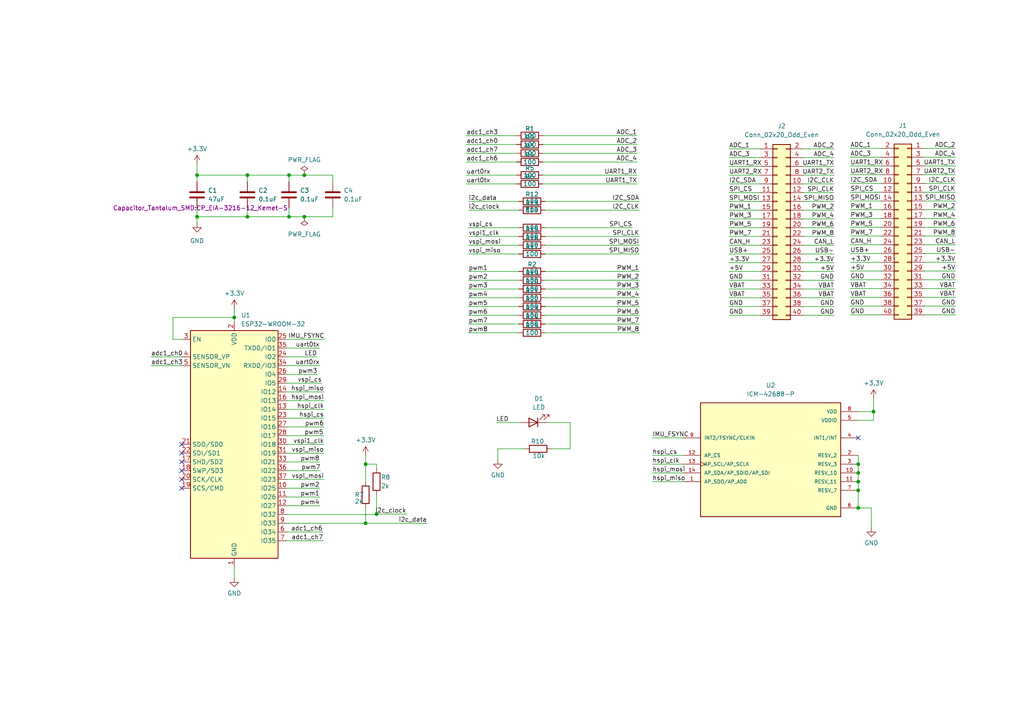
<source format=kicad_sch>
(kicad_sch (version 20230121) (generator eeschema)

  (uuid 988ee502-8596-4ebe-9b99-0eb76e7d156a)

  (paper "A4")

  (lib_symbols
    (symbol "Connector_Generic:Conn_02x20_Odd_Even" (pin_names (offset 1.016) hide) (in_bom yes) (on_board yes)
      (property "Reference" "J" (at 1.27 25.4 0)
        (effects (font (size 1.27 1.27)))
      )
      (property "Value" "Conn_02x20_Odd_Even" (at 1.27 -27.94 0)
        (effects (font (size 1.27 1.27)))
      )
      (property "Footprint" "" (at 0 0 0)
        (effects (font (size 1.27 1.27)) hide)
      )
      (property "Datasheet" "~" (at 0 0 0)
        (effects (font (size 1.27 1.27)) hide)
      )
      (property "ki_keywords" "connector" (at 0 0 0)
        (effects (font (size 1.27 1.27)) hide)
      )
      (property "ki_description" "Generic connector, double row, 02x20, odd/even pin numbering scheme (row 1 odd numbers, row 2 even numbers), script generated (kicad-library-utils/schlib/autogen/connector/)" (at 0 0 0)
        (effects (font (size 1.27 1.27)) hide)
      )
      (property "ki_fp_filters" "Connector*:*_2x??_*" (at 0 0 0)
        (effects (font (size 1.27 1.27)) hide)
      )
      (symbol "Conn_02x20_Odd_Even_1_1"
        (rectangle (start -1.27 -25.273) (end 0 -25.527)
          (stroke (width 0.1524) (type default))
          (fill (type none))
        )
        (rectangle (start -1.27 -22.733) (end 0 -22.987)
          (stroke (width 0.1524) (type default))
          (fill (type none))
        )
        (rectangle (start -1.27 -20.193) (end 0 -20.447)
          (stroke (width 0.1524) (type default))
          (fill (type none))
        )
        (rectangle (start -1.27 -17.653) (end 0 -17.907)
          (stroke (width 0.1524) (type default))
          (fill (type none))
        )
        (rectangle (start -1.27 -15.113) (end 0 -15.367)
          (stroke (width 0.1524) (type default))
          (fill (type none))
        )
        (rectangle (start -1.27 -12.573) (end 0 -12.827)
          (stroke (width 0.1524) (type default))
          (fill (type none))
        )
        (rectangle (start -1.27 -10.033) (end 0 -10.287)
          (stroke (width 0.1524) (type default))
          (fill (type none))
        )
        (rectangle (start -1.27 -7.493) (end 0 -7.747)
          (stroke (width 0.1524) (type default))
          (fill (type none))
        )
        (rectangle (start -1.27 -4.953) (end 0 -5.207)
          (stroke (width 0.1524) (type default))
          (fill (type none))
        )
        (rectangle (start -1.27 -2.413) (end 0 -2.667)
          (stroke (width 0.1524) (type default))
          (fill (type none))
        )
        (rectangle (start -1.27 0.127) (end 0 -0.127)
          (stroke (width 0.1524) (type default))
          (fill (type none))
        )
        (rectangle (start -1.27 2.667) (end 0 2.413)
          (stroke (width 0.1524) (type default))
          (fill (type none))
        )
        (rectangle (start -1.27 5.207) (end 0 4.953)
          (stroke (width 0.1524) (type default))
          (fill (type none))
        )
        (rectangle (start -1.27 7.747) (end 0 7.493)
          (stroke (width 0.1524) (type default))
          (fill (type none))
        )
        (rectangle (start -1.27 10.287) (end 0 10.033)
          (stroke (width 0.1524) (type default))
          (fill (type none))
        )
        (rectangle (start -1.27 12.827) (end 0 12.573)
          (stroke (width 0.1524) (type default))
          (fill (type none))
        )
        (rectangle (start -1.27 15.367) (end 0 15.113)
          (stroke (width 0.1524) (type default))
          (fill (type none))
        )
        (rectangle (start -1.27 17.907) (end 0 17.653)
          (stroke (width 0.1524) (type default))
          (fill (type none))
        )
        (rectangle (start -1.27 20.447) (end 0 20.193)
          (stroke (width 0.1524) (type default))
          (fill (type none))
        )
        (rectangle (start -1.27 22.987) (end 0 22.733)
          (stroke (width 0.1524) (type default))
          (fill (type none))
        )
        (rectangle (start -1.27 24.13) (end 3.81 -26.67)
          (stroke (width 0.254) (type default))
          (fill (type background))
        )
        (rectangle (start 3.81 -25.273) (end 2.54 -25.527)
          (stroke (width 0.1524) (type default))
          (fill (type none))
        )
        (rectangle (start 3.81 -22.733) (end 2.54 -22.987)
          (stroke (width 0.1524) (type default))
          (fill (type none))
        )
        (rectangle (start 3.81 -20.193) (end 2.54 -20.447)
          (stroke (width 0.1524) (type default))
          (fill (type none))
        )
        (rectangle (start 3.81 -17.653) (end 2.54 -17.907)
          (stroke (width 0.1524) (type default))
          (fill (type none))
        )
        (rectangle (start 3.81 -15.113) (end 2.54 -15.367)
          (stroke (width 0.1524) (type default))
          (fill (type none))
        )
        (rectangle (start 3.81 -12.573) (end 2.54 -12.827)
          (stroke (width 0.1524) (type default))
          (fill (type none))
        )
        (rectangle (start 3.81 -10.033) (end 2.54 -10.287)
          (stroke (width 0.1524) (type default))
          (fill (type none))
        )
        (rectangle (start 3.81 -7.493) (end 2.54 -7.747)
          (stroke (width 0.1524) (type default))
          (fill (type none))
        )
        (rectangle (start 3.81 -4.953) (end 2.54 -5.207)
          (stroke (width 0.1524) (type default))
          (fill (type none))
        )
        (rectangle (start 3.81 -2.413) (end 2.54 -2.667)
          (stroke (width 0.1524) (type default))
          (fill (type none))
        )
        (rectangle (start 3.81 0.127) (end 2.54 -0.127)
          (stroke (width 0.1524) (type default))
          (fill (type none))
        )
        (rectangle (start 3.81 2.667) (end 2.54 2.413)
          (stroke (width 0.1524) (type default))
          (fill (type none))
        )
        (rectangle (start 3.81 5.207) (end 2.54 4.953)
          (stroke (width 0.1524) (type default))
          (fill (type none))
        )
        (rectangle (start 3.81 7.747) (end 2.54 7.493)
          (stroke (width 0.1524) (type default))
          (fill (type none))
        )
        (rectangle (start 3.81 10.287) (end 2.54 10.033)
          (stroke (width 0.1524) (type default))
          (fill (type none))
        )
        (rectangle (start 3.81 12.827) (end 2.54 12.573)
          (stroke (width 0.1524) (type default))
          (fill (type none))
        )
        (rectangle (start 3.81 15.367) (end 2.54 15.113)
          (stroke (width 0.1524) (type default))
          (fill (type none))
        )
        (rectangle (start 3.81 17.907) (end 2.54 17.653)
          (stroke (width 0.1524) (type default))
          (fill (type none))
        )
        (rectangle (start 3.81 20.447) (end 2.54 20.193)
          (stroke (width 0.1524) (type default))
          (fill (type none))
        )
        (rectangle (start 3.81 22.987) (end 2.54 22.733)
          (stroke (width 0.1524) (type default))
          (fill (type none))
        )
        (pin passive line (at -5.08 22.86 0) (length 3.81)
          (name "Pin_1" (effects (font (size 1.27 1.27))))
          (number "1" (effects (font (size 1.27 1.27))))
        )
        (pin passive line (at 7.62 12.7 180) (length 3.81)
          (name "Pin_10" (effects (font (size 1.27 1.27))))
          (number "10" (effects (font (size 1.27 1.27))))
        )
        (pin passive line (at -5.08 10.16 0) (length 3.81)
          (name "Pin_11" (effects (font (size 1.27 1.27))))
          (number "11" (effects (font (size 1.27 1.27))))
        )
        (pin passive line (at 7.62 10.16 180) (length 3.81)
          (name "Pin_12" (effects (font (size 1.27 1.27))))
          (number "12" (effects (font (size 1.27 1.27))))
        )
        (pin passive line (at -5.08 7.62 0) (length 3.81)
          (name "Pin_13" (effects (font (size 1.27 1.27))))
          (number "13" (effects (font (size 1.27 1.27))))
        )
        (pin passive line (at 7.62 7.62 180) (length 3.81)
          (name "Pin_14" (effects (font (size 1.27 1.27))))
          (number "14" (effects (font (size 1.27 1.27))))
        )
        (pin passive line (at -5.08 5.08 0) (length 3.81)
          (name "Pin_15" (effects (font (size 1.27 1.27))))
          (number "15" (effects (font (size 1.27 1.27))))
        )
        (pin passive line (at 7.62 5.08 180) (length 3.81)
          (name "Pin_16" (effects (font (size 1.27 1.27))))
          (number "16" (effects (font (size 1.27 1.27))))
        )
        (pin passive line (at -5.08 2.54 0) (length 3.81)
          (name "Pin_17" (effects (font (size 1.27 1.27))))
          (number "17" (effects (font (size 1.27 1.27))))
        )
        (pin passive line (at 7.62 2.54 180) (length 3.81)
          (name "Pin_18" (effects (font (size 1.27 1.27))))
          (number "18" (effects (font (size 1.27 1.27))))
        )
        (pin passive line (at -5.08 0 0) (length 3.81)
          (name "Pin_19" (effects (font (size 1.27 1.27))))
          (number "19" (effects (font (size 1.27 1.27))))
        )
        (pin passive line (at 7.62 22.86 180) (length 3.81)
          (name "Pin_2" (effects (font (size 1.27 1.27))))
          (number "2" (effects (font (size 1.27 1.27))))
        )
        (pin passive line (at 7.62 0 180) (length 3.81)
          (name "Pin_20" (effects (font (size 1.27 1.27))))
          (number "20" (effects (font (size 1.27 1.27))))
        )
        (pin passive line (at -5.08 -2.54 0) (length 3.81)
          (name "Pin_21" (effects (font (size 1.27 1.27))))
          (number "21" (effects (font (size 1.27 1.27))))
        )
        (pin passive line (at 7.62 -2.54 180) (length 3.81)
          (name "Pin_22" (effects (font (size 1.27 1.27))))
          (number "22" (effects (font (size 1.27 1.27))))
        )
        (pin passive line (at -5.08 -5.08 0) (length 3.81)
          (name "Pin_23" (effects (font (size 1.27 1.27))))
          (number "23" (effects (font (size 1.27 1.27))))
        )
        (pin passive line (at 7.62 -5.08 180) (length 3.81)
          (name "Pin_24" (effects (font (size 1.27 1.27))))
          (number "24" (effects (font (size 1.27 1.27))))
        )
        (pin passive line (at -5.08 -7.62 0) (length 3.81)
          (name "Pin_25" (effects (font (size 1.27 1.27))))
          (number "25" (effects (font (size 1.27 1.27))))
        )
        (pin passive line (at 7.62 -7.62 180) (length 3.81)
          (name "Pin_26" (effects (font (size 1.27 1.27))))
          (number "26" (effects (font (size 1.27 1.27))))
        )
        (pin passive line (at -5.08 -10.16 0) (length 3.81)
          (name "Pin_27" (effects (font (size 1.27 1.27))))
          (number "27" (effects (font (size 1.27 1.27))))
        )
        (pin passive line (at 7.62 -10.16 180) (length 3.81)
          (name "Pin_28" (effects (font (size 1.27 1.27))))
          (number "28" (effects (font (size 1.27 1.27))))
        )
        (pin passive line (at -5.08 -12.7 0) (length 3.81)
          (name "Pin_29" (effects (font (size 1.27 1.27))))
          (number "29" (effects (font (size 1.27 1.27))))
        )
        (pin passive line (at -5.08 20.32 0) (length 3.81)
          (name "Pin_3" (effects (font (size 1.27 1.27))))
          (number "3" (effects (font (size 1.27 1.27))))
        )
        (pin passive line (at 7.62 -12.7 180) (length 3.81)
          (name "Pin_30" (effects (font (size 1.27 1.27))))
          (number "30" (effects (font (size 1.27 1.27))))
        )
        (pin passive line (at -5.08 -15.24 0) (length 3.81)
          (name "Pin_31" (effects (font (size 1.27 1.27))))
          (number "31" (effects (font (size 1.27 1.27))))
        )
        (pin passive line (at 7.62 -15.24 180) (length 3.81)
          (name "Pin_32" (effects (font (size 1.27 1.27))))
          (number "32" (effects (font (size 1.27 1.27))))
        )
        (pin passive line (at -5.08 -17.78 0) (length 3.81)
          (name "Pin_33" (effects (font (size 1.27 1.27))))
          (number "33" (effects (font (size 1.27 1.27))))
        )
        (pin passive line (at 7.62 -17.78 180) (length 3.81)
          (name "Pin_34" (effects (font (size 1.27 1.27))))
          (number "34" (effects (font (size 1.27 1.27))))
        )
        (pin passive line (at -5.08 -20.32 0) (length 3.81)
          (name "Pin_35" (effects (font (size 1.27 1.27))))
          (number "35" (effects (font (size 1.27 1.27))))
        )
        (pin passive line (at 7.62 -20.32 180) (length 3.81)
          (name "Pin_36" (effects (font (size 1.27 1.27))))
          (number "36" (effects (font (size 1.27 1.27))))
        )
        (pin passive line (at -5.08 -22.86 0) (length 3.81)
          (name "Pin_37" (effects (font (size 1.27 1.27))))
          (number "37" (effects (font (size 1.27 1.27))))
        )
        (pin passive line (at 7.62 -22.86 180) (length 3.81)
          (name "Pin_38" (effects (font (size 1.27 1.27))))
          (number "38" (effects (font (size 1.27 1.27))))
        )
        (pin passive line (at -5.08 -25.4 0) (length 3.81)
          (name "Pin_39" (effects (font (size 1.27 1.27))))
          (number "39" (effects (font (size 1.27 1.27))))
        )
        (pin passive line (at 7.62 20.32 180) (length 3.81)
          (name "Pin_4" (effects (font (size 1.27 1.27))))
          (number "4" (effects (font (size 1.27 1.27))))
        )
        (pin passive line (at 7.62 -25.4 180) (length 3.81)
          (name "Pin_40" (effects (font (size 1.27 1.27))))
          (number "40" (effects (font (size 1.27 1.27))))
        )
        (pin passive line (at -5.08 17.78 0) (length 3.81)
          (name "Pin_5" (effects (font (size 1.27 1.27))))
          (number "5" (effects (font (size 1.27 1.27))))
        )
        (pin passive line (at 7.62 17.78 180) (length 3.81)
          (name "Pin_6" (effects (font (size 1.27 1.27))))
          (number "6" (effects (font (size 1.27 1.27))))
        )
        (pin passive line (at -5.08 15.24 0) (length 3.81)
          (name "Pin_7" (effects (font (size 1.27 1.27))))
          (number "7" (effects (font (size 1.27 1.27))))
        )
        (pin passive line (at 7.62 15.24 180) (length 3.81)
          (name "Pin_8" (effects (font (size 1.27 1.27))))
          (number "8" (effects (font (size 1.27 1.27))))
        )
        (pin passive line (at -5.08 12.7 0) (length 3.81)
          (name "Pin_9" (effects (font (size 1.27 1.27))))
          (number "9" (effects (font (size 1.27 1.27))))
        )
      )
    )
    (symbol "Device:C" (pin_numbers hide) (pin_names (offset 0.254)) (in_bom yes) (on_board yes)
      (property "Reference" "C" (at 0.635 2.54 0)
        (effects (font (size 1.27 1.27)) (justify left))
      )
      (property "Value" "C" (at 0.635 -2.54 0)
        (effects (font (size 1.27 1.27)) (justify left))
      )
      (property "Footprint" "" (at 0.9652 -3.81 0)
        (effects (font (size 1.27 1.27)) hide)
      )
      (property "Datasheet" "~" (at 0 0 0)
        (effects (font (size 1.27 1.27)) hide)
      )
      (property "ki_keywords" "cap capacitor" (at 0 0 0)
        (effects (font (size 1.27 1.27)) hide)
      )
      (property "ki_description" "Unpolarized capacitor" (at 0 0 0)
        (effects (font (size 1.27 1.27)) hide)
      )
      (property "ki_fp_filters" "C_*" (at 0 0 0)
        (effects (font (size 1.27 1.27)) hide)
      )
      (symbol "C_0_1"
        (polyline
          (pts
            (xy -2.032 -0.762)
            (xy 2.032 -0.762)
          )
          (stroke (width 0.508) (type default))
          (fill (type none))
        )
        (polyline
          (pts
            (xy -2.032 0.762)
            (xy 2.032 0.762)
          )
          (stroke (width 0.508) (type default))
          (fill (type none))
        )
      )
      (symbol "C_1_1"
        (pin passive line (at 0 3.81 270) (length 2.794)
          (name "~" (effects (font (size 1.27 1.27))))
          (number "1" (effects (font (size 1.27 1.27))))
        )
        (pin passive line (at 0 -3.81 90) (length 2.794)
          (name "~" (effects (font (size 1.27 1.27))))
          (number "2" (effects (font (size 1.27 1.27))))
        )
      )
    )
    (symbol "Device:LED" (pin_numbers hide) (pin_names (offset 1.016) hide) (in_bom yes) (on_board yes)
      (property "Reference" "D" (at 0 2.54 0)
        (effects (font (size 1.27 1.27)))
      )
      (property "Value" "LED" (at 0 -2.54 0)
        (effects (font (size 1.27 1.27)))
      )
      (property "Footprint" "" (at 0 0 0)
        (effects (font (size 1.27 1.27)) hide)
      )
      (property "Datasheet" "~" (at 0 0 0)
        (effects (font (size 1.27 1.27)) hide)
      )
      (property "ki_keywords" "LED diode" (at 0 0 0)
        (effects (font (size 1.27 1.27)) hide)
      )
      (property "ki_description" "Light emitting diode" (at 0 0 0)
        (effects (font (size 1.27 1.27)) hide)
      )
      (property "ki_fp_filters" "LED* LED_SMD:* LED_THT:*" (at 0 0 0)
        (effects (font (size 1.27 1.27)) hide)
      )
      (symbol "LED_0_1"
        (polyline
          (pts
            (xy -1.27 -1.27)
            (xy -1.27 1.27)
          )
          (stroke (width 0.254) (type default))
          (fill (type none))
        )
        (polyline
          (pts
            (xy -1.27 0)
            (xy 1.27 0)
          )
          (stroke (width 0) (type default))
          (fill (type none))
        )
        (polyline
          (pts
            (xy 1.27 -1.27)
            (xy 1.27 1.27)
            (xy -1.27 0)
            (xy 1.27 -1.27)
          )
          (stroke (width 0.254) (type default))
          (fill (type none))
        )
        (polyline
          (pts
            (xy -3.048 -0.762)
            (xy -4.572 -2.286)
            (xy -3.81 -2.286)
            (xy -4.572 -2.286)
            (xy -4.572 -1.524)
          )
          (stroke (width 0) (type default))
          (fill (type none))
        )
        (polyline
          (pts
            (xy -1.778 -0.762)
            (xy -3.302 -2.286)
            (xy -2.54 -2.286)
            (xy -3.302 -2.286)
            (xy -3.302 -1.524)
          )
          (stroke (width 0) (type default))
          (fill (type none))
        )
      )
      (symbol "LED_1_1"
        (pin passive line (at -3.81 0 0) (length 2.54)
          (name "K" (effects (font (size 1.27 1.27))))
          (number "1" (effects (font (size 1.27 1.27))))
        )
        (pin passive line (at 3.81 0 180) (length 2.54)
          (name "A" (effects (font (size 1.27 1.27))))
          (number "2" (effects (font (size 1.27 1.27))))
        )
      )
    )
    (symbol "Device:R" (pin_numbers hide) (pin_names (offset 0)) (in_bom yes) (on_board yes)
      (property "Reference" "R" (at 2.032 0 90)
        (effects (font (size 1.27 1.27)))
      )
      (property "Value" "R" (at 0 0 90)
        (effects (font (size 1.27 1.27)))
      )
      (property "Footprint" "" (at -1.778 0 90)
        (effects (font (size 1.27 1.27)) hide)
      )
      (property "Datasheet" "~" (at 0 0 0)
        (effects (font (size 1.27 1.27)) hide)
      )
      (property "ki_keywords" "R res resistor" (at 0 0 0)
        (effects (font (size 1.27 1.27)) hide)
      )
      (property "ki_description" "Resistor" (at 0 0 0)
        (effects (font (size 1.27 1.27)) hide)
      )
      (property "ki_fp_filters" "R_*" (at 0 0 0)
        (effects (font (size 1.27 1.27)) hide)
      )
      (symbol "R_0_1"
        (rectangle (start -1.016 -2.54) (end 1.016 2.54)
          (stroke (width 0.254) (type default))
          (fill (type none))
        )
      )
      (symbol "R_1_1"
        (pin passive line (at 0 3.81 270) (length 1.27)
          (name "~" (effects (font (size 1.27 1.27))))
          (number "1" (effects (font (size 1.27 1.27))))
        )
        (pin passive line (at 0 -3.81 90) (length 1.27)
          (name "~" (effects (font (size 1.27 1.27))))
          (number "2" (effects (font (size 1.27 1.27))))
        )
      )
    )
    (symbol "ICM-42688-P:ICM-42688-P" (pin_names (offset 1.016)) (in_bom yes) (on_board yes)
      (property "Reference" "U" (at -20.32 16.002 0)
        (effects (font (size 1.27 1.27)) (justify left bottom))
      )
      (property "Value" "ICM-42688-P" (at -20.32 -20.32 0)
        (effects (font (size 1.27 1.27)) (justify left bottom))
      )
      (property "Footprint" "PQFN50P300X250X97-14N" (at 0 0 0)
        (effects (font (size 1.27 1.27)) (justify bottom) hide)
      )
      (property "Datasheet" "" (at 0 0 0)
        (effects (font (size 1.27 1.27)) hide)
      )
      (property "PARTREV" "1.2" (at 0 0 0)
        (effects (font (size 1.27 1.27)) (justify bottom) hide)
      )
      (property "STANDARD" "IPC-7351B" (at 0 0 0)
        (effects (font (size 1.27 1.27)) (justify bottom) hide)
      )
      (property "MAXIMUM_PACKAGE_HEIGHT" "0.97mm" (at 0 0 0)
        (effects (font (size 1.27 1.27)) (justify bottom) hide)
      )
      (property "MANUFACTURER" "TDK InvenSense" (at 0 0 0)
        (effects (font (size 1.27 1.27)) (justify bottom) hide)
      )
      (symbol "ICM-42688-P_0_0"
        (rectangle (start -20.32 -17.78) (end 20.32 15.24)
          (stroke (width 0.254) (type default))
          (fill (type background))
        )
        (pin bidirectional line (at -25.4 -7.62 0) (length 5.08)
          (name "AP_SDO/AP_AD0" (effects (font (size 1.016 1.016))))
          (number "1" (effects (font (size 1.016 1.016))))
        )
        (pin passive line (at 25.4 -5.08 180) (length 5.08)
          (name "RESV_10" (effects (font (size 1.016 1.016))))
          (number "10" (effects (font (size 1.016 1.016))))
        )
        (pin passive line (at 25.4 -7.62 180) (length 5.08)
          (name "RESV_11" (effects (font (size 1.016 1.016))))
          (number "11" (effects (font (size 1.016 1.016))))
        )
        (pin input line (at -25.4 0 0) (length 5.08)
          (name "AP_CS" (effects (font (size 1.016 1.016))))
          (number "12" (effects (font (size 1.016 1.016))))
        )
        (pin input clock (at -25.4 -2.54 0) (length 5.08)
          (name "AP_SCL/AP_SCLK" (effects (font (size 1.016 1.016))))
          (number "13" (effects (font (size 1.016 1.016))))
        )
        (pin bidirectional line (at -25.4 -5.08 0) (length 5.08)
          (name "AP_SDA/AP_SDIO/AP_SDI" (effects (font (size 1.016 1.016))))
          (number "14" (effects (font (size 1.016 1.016))))
        )
        (pin passive line (at 25.4 0 180) (length 5.08)
          (name "RESV_2" (effects (font (size 1.016 1.016))))
          (number "2" (effects (font (size 1.016 1.016))))
        )
        (pin passive line (at 25.4 -2.54 180) (length 5.08)
          (name "RESV_3" (effects (font (size 1.016 1.016))))
          (number "3" (effects (font (size 1.016 1.016))))
        )
        (pin output line (at 25.4 5.08 180) (length 5.08)
          (name "INT1/INT" (effects (font (size 1.016 1.016))))
          (number "4" (effects (font (size 1.016 1.016))))
        )
        (pin power_in line (at 25.4 10.16 180) (length 5.08)
          (name "VDDIO" (effects (font (size 1.016 1.016))))
          (number "5" (effects (font (size 1.016 1.016))))
        )
        (pin passive line (at 25.4 -10.16 180) (length 5.08)
          (name "RESV_7" (effects (font (size 1.016 1.016))))
          (number "7" (effects (font (size 1.016 1.016))))
        )
        (pin power_in line (at 25.4 12.7 180) (length 5.08)
          (name "VDD" (effects (font (size 1.016 1.016))))
          (number "8" (effects (font (size 1.016 1.016))))
        )
        (pin bidirectional line (at -25.4 5.08 0) (length 5.08)
          (name "INT2/FSYNC/CLKIN" (effects (font (size 1.016 1.016))))
          (number "9" (effects (font (size 1.016 1.016))))
        )
      )
      (symbol "ICM-42688-P_1_0"
        (pin power_in line (at 25.4 -15.24 180) (length 5.08)
          (name "GND" (effects (font (size 1.016 1.016))))
          (number "6" (effects (font (size 1.016 1.016))))
        )
      )
    )
    (symbol "RF_Module:ESP32-WROOM-32" (in_bom yes) (on_board yes)
      (property "Reference" "U" (at -12.7 34.29 0)
        (effects (font (size 1.27 1.27)) (justify left))
      )
      (property "Value" "ESP32-WROOM-32" (at 1.27 34.29 0)
        (effects (font (size 1.27 1.27)) (justify left))
      )
      (property "Footprint" "RF_Module:ESP32-WROOM-32" (at 0 -38.1 0)
        (effects (font (size 1.27 1.27)) hide)
      )
      (property "Datasheet" "https://www.espressif.com/sites/default/files/documentation/esp32-wroom-32_datasheet_en.pdf" (at -7.62 1.27 0)
        (effects (font (size 1.27 1.27)) hide)
      )
      (property "ki_keywords" "RF Radio BT ESP ESP32 Espressif onboard PCB antenna" (at 0 0 0)
        (effects (font (size 1.27 1.27)) hide)
      )
      (property "ki_description" "RF Module, ESP32-D0WDQ6 SoC, Wi-Fi 802.11b/g/n, Bluetooth, BLE, 32-bit, 2.7-3.6V, onboard antenna, SMD" (at 0 0 0)
        (effects (font (size 1.27 1.27)) hide)
      )
      (property "ki_fp_filters" "ESP32?WROOM?32*" (at 0 0 0)
        (effects (font (size 1.27 1.27)) hide)
      )
      (symbol "ESP32-WROOM-32_0_1"
        (rectangle (start -12.7 33.02) (end 12.7 -33.02)
          (stroke (width 0.254) (type default))
          (fill (type background))
        )
      )
      (symbol "ESP32-WROOM-32_1_1"
        (pin power_in line (at 0 -35.56 90) (length 2.54)
          (name "GND" (effects (font (size 1.27 1.27))))
          (number "1" (effects (font (size 1.27 1.27))))
        )
        (pin bidirectional line (at 15.24 -12.7 180) (length 2.54)
          (name "IO25" (effects (font (size 1.27 1.27))))
          (number "10" (effects (font (size 1.27 1.27))))
        )
        (pin bidirectional line (at 15.24 -15.24 180) (length 2.54)
          (name "IO26" (effects (font (size 1.27 1.27))))
          (number "11" (effects (font (size 1.27 1.27))))
        )
        (pin bidirectional line (at 15.24 -17.78 180) (length 2.54)
          (name "IO27" (effects (font (size 1.27 1.27))))
          (number "12" (effects (font (size 1.27 1.27))))
        )
        (pin bidirectional line (at 15.24 10.16 180) (length 2.54)
          (name "IO14" (effects (font (size 1.27 1.27))))
          (number "13" (effects (font (size 1.27 1.27))))
        )
        (pin bidirectional line (at 15.24 15.24 180) (length 2.54)
          (name "IO12" (effects (font (size 1.27 1.27))))
          (number "14" (effects (font (size 1.27 1.27))))
        )
        (pin passive line (at 0 -35.56 90) (length 2.54) hide
          (name "GND" (effects (font (size 1.27 1.27))))
          (number "15" (effects (font (size 1.27 1.27))))
        )
        (pin bidirectional line (at 15.24 12.7 180) (length 2.54)
          (name "IO13" (effects (font (size 1.27 1.27))))
          (number "16" (effects (font (size 1.27 1.27))))
        )
        (pin bidirectional line (at -15.24 -5.08 0) (length 2.54)
          (name "SHD/SD2" (effects (font (size 1.27 1.27))))
          (number "17" (effects (font (size 1.27 1.27))))
        )
        (pin bidirectional line (at -15.24 -7.62 0) (length 2.54)
          (name "SWP/SD3" (effects (font (size 1.27 1.27))))
          (number "18" (effects (font (size 1.27 1.27))))
        )
        (pin bidirectional line (at -15.24 -12.7 0) (length 2.54)
          (name "SCS/CMD" (effects (font (size 1.27 1.27))))
          (number "19" (effects (font (size 1.27 1.27))))
        )
        (pin power_in line (at 0 35.56 270) (length 2.54)
          (name "VDD" (effects (font (size 1.27 1.27))))
          (number "2" (effects (font (size 1.27 1.27))))
        )
        (pin bidirectional line (at -15.24 -10.16 0) (length 2.54)
          (name "SCK/CLK" (effects (font (size 1.27 1.27))))
          (number "20" (effects (font (size 1.27 1.27))))
        )
        (pin bidirectional line (at -15.24 0 0) (length 2.54)
          (name "SDO/SD0" (effects (font (size 1.27 1.27))))
          (number "21" (effects (font (size 1.27 1.27))))
        )
        (pin bidirectional line (at -15.24 -2.54 0) (length 2.54)
          (name "SDI/SD1" (effects (font (size 1.27 1.27))))
          (number "22" (effects (font (size 1.27 1.27))))
        )
        (pin bidirectional line (at 15.24 7.62 180) (length 2.54)
          (name "IO15" (effects (font (size 1.27 1.27))))
          (number "23" (effects (font (size 1.27 1.27))))
        )
        (pin bidirectional line (at 15.24 25.4 180) (length 2.54)
          (name "IO2" (effects (font (size 1.27 1.27))))
          (number "24" (effects (font (size 1.27 1.27))))
        )
        (pin bidirectional line (at 15.24 30.48 180) (length 2.54)
          (name "IO0" (effects (font (size 1.27 1.27))))
          (number "25" (effects (font (size 1.27 1.27))))
        )
        (pin bidirectional line (at 15.24 20.32 180) (length 2.54)
          (name "IO4" (effects (font (size 1.27 1.27))))
          (number "26" (effects (font (size 1.27 1.27))))
        )
        (pin bidirectional line (at 15.24 5.08 180) (length 2.54)
          (name "IO16" (effects (font (size 1.27 1.27))))
          (number "27" (effects (font (size 1.27 1.27))))
        )
        (pin bidirectional line (at 15.24 2.54 180) (length 2.54)
          (name "IO17" (effects (font (size 1.27 1.27))))
          (number "28" (effects (font (size 1.27 1.27))))
        )
        (pin bidirectional line (at 15.24 17.78 180) (length 2.54)
          (name "IO5" (effects (font (size 1.27 1.27))))
          (number "29" (effects (font (size 1.27 1.27))))
        )
        (pin input line (at -15.24 30.48 0) (length 2.54)
          (name "EN" (effects (font (size 1.27 1.27))))
          (number "3" (effects (font (size 1.27 1.27))))
        )
        (pin bidirectional line (at 15.24 0 180) (length 2.54)
          (name "IO18" (effects (font (size 1.27 1.27))))
          (number "30" (effects (font (size 1.27 1.27))))
        )
        (pin bidirectional line (at 15.24 -2.54 180) (length 2.54)
          (name "IO19" (effects (font (size 1.27 1.27))))
          (number "31" (effects (font (size 1.27 1.27))))
        )
        (pin no_connect line (at -12.7 -27.94 0) (length 2.54) hide
          (name "NC" (effects (font (size 1.27 1.27))))
          (number "32" (effects (font (size 1.27 1.27))))
        )
        (pin bidirectional line (at 15.24 -5.08 180) (length 2.54)
          (name "IO21" (effects (font (size 1.27 1.27))))
          (number "33" (effects (font (size 1.27 1.27))))
        )
        (pin bidirectional line (at 15.24 22.86 180) (length 2.54)
          (name "RXD0/IO3" (effects (font (size 1.27 1.27))))
          (number "34" (effects (font (size 1.27 1.27))))
        )
        (pin bidirectional line (at 15.24 27.94 180) (length 2.54)
          (name "TXD0/IO1" (effects (font (size 1.27 1.27))))
          (number "35" (effects (font (size 1.27 1.27))))
        )
        (pin bidirectional line (at 15.24 -7.62 180) (length 2.54)
          (name "IO22" (effects (font (size 1.27 1.27))))
          (number "36" (effects (font (size 1.27 1.27))))
        )
        (pin bidirectional line (at 15.24 -10.16 180) (length 2.54)
          (name "IO23" (effects (font (size 1.27 1.27))))
          (number "37" (effects (font (size 1.27 1.27))))
        )
        (pin passive line (at 0 -35.56 90) (length 2.54) hide
          (name "GND" (effects (font (size 1.27 1.27))))
          (number "38" (effects (font (size 1.27 1.27))))
        )
        (pin passive line (at 0 -35.56 90) (length 2.54) hide
          (name "GND" (effects (font (size 1.27 1.27))))
          (number "39" (effects (font (size 1.27 1.27))))
        )
        (pin input line (at -15.24 25.4 0) (length 2.54)
          (name "SENSOR_VP" (effects (font (size 1.27 1.27))))
          (number "4" (effects (font (size 1.27 1.27))))
        )
        (pin input line (at -15.24 22.86 0) (length 2.54)
          (name "SENSOR_VN" (effects (font (size 1.27 1.27))))
          (number "5" (effects (font (size 1.27 1.27))))
        )
        (pin input line (at 15.24 -25.4 180) (length 2.54)
          (name "IO34" (effects (font (size 1.27 1.27))))
          (number "6" (effects (font (size 1.27 1.27))))
        )
        (pin input line (at 15.24 -27.94 180) (length 2.54)
          (name "IO35" (effects (font (size 1.27 1.27))))
          (number "7" (effects (font (size 1.27 1.27))))
        )
        (pin bidirectional line (at 15.24 -20.32 180) (length 2.54)
          (name "IO32" (effects (font (size 1.27 1.27))))
          (number "8" (effects (font (size 1.27 1.27))))
        )
        (pin bidirectional line (at 15.24 -22.86 180) (length 2.54)
          (name "IO33" (effects (font (size 1.27 1.27))))
          (number "9" (effects (font (size 1.27 1.27))))
        )
      )
    )
    (symbol "power:+3.3V" (power) (pin_names (offset 0)) (in_bom yes) (on_board yes)
      (property "Reference" "#PWR" (at 0 -3.81 0)
        (effects (font (size 1.27 1.27)) hide)
      )
      (property "Value" "+3.3V" (at 0 3.556 0)
        (effects (font (size 1.27 1.27)))
      )
      (property "Footprint" "" (at 0 0 0)
        (effects (font (size 1.27 1.27)) hide)
      )
      (property "Datasheet" "" (at 0 0 0)
        (effects (font (size 1.27 1.27)) hide)
      )
      (property "ki_keywords" "global power" (at 0 0 0)
        (effects (font (size 1.27 1.27)) hide)
      )
      (property "ki_description" "Power symbol creates a global label with name \"+3.3V\"" (at 0 0 0)
        (effects (font (size 1.27 1.27)) hide)
      )
      (symbol "+3.3V_0_1"
        (polyline
          (pts
            (xy -0.762 1.27)
            (xy 0 2.54)
          )
          (stroke (width 0) (type default))
          (fill (type none))
        )
        (polyline
          (pts
            (xy 0 0)
            (xy 0 2.54)
          )
          (stroke (width 0) (type default))
          (fill (type none))
        )
        (polyline
          (pts
            (xy 0 2.54)
            (xy 0.762 1.27)
          )
          (stroke (width 0) (type default))
          (fill (type none))
        )
      )
      (symbol "+3.3V_1_1"
        (pin power_in line (at 0 0 90) (length 0) hide
          (name "+3.3V" (effects (font (size 1.27 1.27))))
          (number "1" (effects (font (size 1.27 1.27))))
        )
      )
    )
    (symbol "power:GND" (power) (pin_names (offset 0)) (in_bom yes) (on_board yes)
      (property "Reference" "#PWR" (at 0 -6.35 0)
        (effects (font (size 1.27 1.27)) hide)
      )
      (property "Value" "GND" (at 0 -3.81 0)
        (effects (font (size 1.27 1.27)))
      )
      (property "Footprint" "" (at 0 0 0)
        (effects (font (size 1.27 1.27)) hide)
      )
      (property "Datasheet" "" (at 0 0 0)
        (effects (font (size 1.27 1.27)) hide)
      )
      (property "ki_keywords" "global power" (at 0 0 0)
        (effects (font (size 1.27 1.27)) hide)
      )
      (property "ki_description" "Power symbol creates a global label with name \"GND\" , ground" (at 0 0 0)
        (effects (font (size 1.27 1.27)) hide)
      )
      (symbol "GND_0_1"
        (polyline
          (pts
            (xy 0 0)
            (xy 0 -1.27)
            (xy 1.27 -1.27)
            (xy 0 -2.54)
            (xy -1.27 -1.27)
            (xy 0 -1.27)
          )
          (stroke (width 0) (type default))
          (fill (type none))
        )
      )
      (symbol "GND_1_1"
        (pin power_in line (at 0 0 270) (length 0) hide
          (name "GND" (effects (font (size 1.27 1.27))))
          (number "1" (effects (font (size 1.27 1.27))))
        )
      )
    )
    (symbol "power:PWR_FLAG" (power) (pin_numbers hide) (pin_names (offset 0) hide) (in_bom yes) (on_board yes)
      (property "Reference" "#FLG" (at 0 1.905 0)
        (effects (font (size 1.27 1.27)) hide)
      )
      (property "Value" "PWR_FLAG" (at 0 3.81 0)
        (effects (font (size 1.27 1.27)))
      )
      (property "Footprint" "" (at 0 0 0)
        (effects (font (size 1.27 1.27)) hide)
      )
      (property "Datasheet" "~" (at 0 0 0)
        (effects (font (size 1.27 1.27)) hide)
      )
      (property "ki_keywords" "flag power" (at 0 0 0)
        (effects (font (size 1.27 1.27)) hide)
      )
      (property "ki_description" "Special symbol for telling ERC where power comes from" (at 0 0 0)
        (effects (font (size 1.27 1.27)) hide)
      )
      (symbol "PWR_FLAG_0_0"
        (pin power_out line (at 0 0 90) (length 0)
          (name "pwr" (effects (font (size 1.27 1.27))))
          (number "1" (effects (font (size 1.27 1.27))))
        )
      )
      (symbol "PWR_FLAG_0_1"
        (polyline
          (pts
            (xy 0 0)
            (xy 0 1.27)
            (xy -1.016 1.905)
            (xy 0 2.54)
            (xy 1.016 1.905)
            (xy 0 1.27)
          )
          (stroke (width 0) (type default))
          (fill (type none))
        )
      )
    )
  )

  (junction (at 253.365 119.38) (diameter 0) (color 0 0 0 0)
    (uuid 1435d40a-659d-443f-8412-ce97733b8d49)
  )
  (junction (at 106.045 134.62) (diameter 0) (color 0 0 0 0)
    (uuid 22b8bbb9-87ee-4456-86a7-450584696c2c)
  )
  (junction (at 88.265 62.865) (diameter 0) (color 0 0 0 0)
    (uuid 31162a33-8fd1-493e-9465-64b7ab162ac9)
  )
  (junction (at 248.92 134.62) (diameter 0) (color 0 0 0 0)
    (uuid 39fd08ee-5d14-469e-bf34-62d1c0ccd924)
  )
  (junction (at 67.945 92.075) (diameter 0) (color 0 0 0 0)
    (uuid 4d2cb60e-50b7-4acf-ac92-de964cfdf4e0)
  )
  (junction (at 106.045 151.765) (diameter 0) (color 0 0 0 0)
    (uuid 4e490380-20ef-470b-a72b-e426713f70c7)
  )
  (junction (at 109.22 149.098) (diameter 0) (color 0 0 0 0)
    (uuid 573e749b-a705-45da-9937-e887a3918c8d)
  )
  (junction (at 248.92 137.16) (diameter 0) (color 0 0 0 0)
    (uuid 89cbf675-b072-46b7-bb69-8251820c4859)
  )
  (junction (at 248.92 142.24) (diameter 0) (color 0 0 0 0)
    (uuid 8cb21289-4703-491c-a7d0-a394c7977966)
  )
  (junction (at 57.15 62.865) (diameter 0) (color 0 0 0 0)
    (uuid 924313bc-6ef6-408f-ade9-a24fb067f1b3)
  )
  (junction (at 83.82 62.865) (diameter 0) (color 0 0 0 0)
    (uuid 9767aaac-4fea-4552-ae16-b2570c966c77)
  )
  (junction (at 71.755 50.8) (diameter 0) (color 0 0 0 0)
    (uuid 9d82fcef-0453-4e11-9b70-a166485c5c5c)
  )
  (junction (at 248.92 139.7) (diameter 0) (color 0 0 0 0)
    (uuid a2d4d5c7-a7b7-441e-9566-8cd943d4c9d4)
  )
  (junction (at 88.265 50.8) (diameter 0) (color 0 0 0 0)
    (uuid d192f4f1-ed20-4525-ba4e-9950d9a79725)
  )
  (junction (at 248.92 147.32) (diameter 0) (color 0 0 0 0)
    (uuid db5d5f5b-7172-4722-9599-5cb1211bb126)
  )
  (junction (at 57.15 50.8) (diameter 0) (color 0 0 0 0)
    (uuid e3d2b46c-45a7-439d-b71f-85282e3cfe6a)
  )
  (junction (at 83.82 50.8) (diameter 0) (color 0 0 0 0)
    (uuid eb0693c3-9078-4d4f-bc54-2efc588d80b1)
  )
  (junction (at 71.755 62.865) (diameter 0) (color 0 0 0 0)
    (uuid f6b42003-9834-4c2e-a9be-e9a031f4149d)
  )

  (no_connect (at 52.705 139.065) (uuid 05213d9a-0c0a-4dda-bdd7-4c94191761b9))
  (no_connect (at 52.705 131.445) (uuid 3aaa6641-9424-4224-9268-8ccb969aa17f))
  (no_connect (at 248.92 127) (uuid 56f2ea9e-53b5-48b3-8fda-baab07c0bfdf))
  (no_connect (at 52.705 141.605) (uuid 612c4f51-8d22-4126-91bf-0ac54cbb1aa4))
  (no_connect (at 52.705 133.985) (uuid 9383cfc7-896d-4d17-a993-55d7d827c898))
  (no_connect (at 52.705 136.525) (uuid ce7ff4a8-e275-454c-81b9-673c505409f6))
  (no_connect (at 52.705 128.905) (uuid d7d11242-d63f-4540-b720-91ad74119219))

  (wire (pts (xy 83.185 144.145) (xy 92.71 144.145))
    (stroke (width 0) (type default))
    (uuid 00bc2a4c-27b6-41fe-ae7b-dca33fd4387f)
  )
  (wire (pts (xy 158.115 81.28) (xy 185.42 81.28))
    (stroke (width 0) (type default))
    (uuid 04648462-b34f-4f7f-b139-d2cf975627ba)
  )
  (wire (pts (xy 211.455 45.72) (xy 220.345 45.72))
    (stroke (width 0) (type default))
    (uuid 049af3c4-bee6-48ba-b514-abece0a892f1)
  )
  (wire (pts (xy 241.935 71.12) (xy 233.045 71.12))
    (stroke (width 0) (type default))
    (uuid 071254b4-9c48-4d25-9783-cef4873e91ac)
  )
  (wire (pts (xy 135.255 46.99) (xy 149.86 46.99))
    (stroke (width 0) (type default))
    (uuid 07930f64-8c6f-4db6-bd88-90a1084ca6a8)
  )
  (wire (pts (xy 83.185 103.505) (xy 91.948 103.505))
    (stroke (width 0) (type default))
    (uuid 0a13a642-4fa9-4942-a693-c8e5b4d5ec4e)
  )
  (wire (pts (xy 83.185 121.285) (xy 93.98 121.285))
    (stroke (width 0) (type default))
    (uuid 0b391f7e-e1d9-4c4e-ac18-257f02dae8a1)
  )
  (wire (pts (xy 83.185 149.225) (xy 109.22 149.225))
    (stroke (width 0) (type default))
    (uuid 0b470049-5381-4384-af6b-9cc2530c8d85)
  )
  (wire (pts (xy 135.89 68.58) (xy 150.495 68.58))
    (stroke (width 0) (type default))
    (uuid 0e537ab8-8c2a-4e88-8d28-9e7a9d07d694)
  )
  (wire (pts (xy 92.964 136.525) (xy 83.185 136.525))
    (stroke (width 0) (type default))
    (uuid 0e74040c-775c-46dd-a917-7830d6feab2d)
  )
  (wire (pts (xy 241.935 55.88) (xy 233.045 55.88))
    (stroke (width 0) (type default))
    (uuid 0ff5cba1-6fca-4c4f-83bf-d44143490587)
  )
  (wire (pts (xy 67.945 92.075) (xy 67.945 93.345))
    (stroke (width 0) (type default))
    (uuid 119dbe6c-46f7-448f-ac40-fac85e555b1b)
  )
  (wire (pts (xy 109.22 149.225) (xy 109.22 149.098))
    (stroke (width 0) (type default))
    (uuid 12c3bf3c-1433-48af-b719-9c24a2192ff2)
  )
  (wire (pts (xy 88.265 62.865) (xy 96.52 62.865))
    (stroke (width 0) (type default))
    (uuid 147db33e-2a35-44b2-b181-58cb2f27a98b)
  )
  (wire (pts (xy 57.15 60.325) (xy 57.15 62.865))
    (stroke (width 0) (type default))
    (uuid 169b7423-22d8-48d3-9f92-8a366ea511be)
  )
  (wire (pts (xy 83.185 139.065) (xy 93.98 139.065))
    (stroke (width 0) (type default))
    (uuid 1cf2d3f2-cd26-4fd4-b8d0-08c728f4f40d)
  )
  (wire (pts (xy 241.935 50.8) (xy 233.045 50.8))
    (stroke (width 0) (type default))
    (uuid 1d9d1179-57b2-47bd-a486-d0f905b665ef)
  )
  (wire (pts (xy 71.755 50.8) (xy 83.82 50.8))
    (stroke (width 0) (type default))
    (uuid 20221170-992a-45d2-94ef-9a490c4138ee)
  )
  (wire (pts (xy 277.114 65.913) (xy 268.224 65.913))
    (stroke (width 0) (type default))
    (uuid 2185561a-e74b-4d62-8b29-be39000de69c)
  )
  (wire (pts (xy 135.89 58.42) (xy 150.495 58.42))
    (stroke (width 0) (type default))
    (uuid 23e96123-615f-4963-ae6c-11fbd1156ae9)
  )
  (wire (pts (xy 109.22 149.098) (xy 117.856 149.098))
    (stroke (width 0) (type default))
    (uuid 2427bcbe-abd2-461e-b0e4-137b5b0c6768)
  )
  (wire (pts (xy 246.634 68.453) (xy 255.524 68.453))
    (stroke (width 0) (type default))
    (uuid 24366b47-841d-455b-844d-2336d680d609)
  )
  (wire (pts (xy 106.045 134.62) (xy 109.22 134.62))
    (stroke (width 0) (type default))
    (uuid 24b5526f-ecb4-4009-bd60-b5ef34da7fdc)
  )
  (wire (pts (xy 241.935 63.5) (xy 233.045 63.5))
    (stroke (width 0) (type default))
    (uuid 24c70230-ba95-49c3-8a10-10aba3faab7d)
  )
  (wire (pts (xy 248.92 142.24) (xy 248.92 147.32))
    (stroke (width 0) (type default))
    (uuid 24e03945-0e57-4b0d-91c0-0f5c6819528c)
  )
  (wire (pts (xy 189.23 134.62) (xy 198.12 134.62))
    (stroke (width 0) (type default))
    (uuid 2a089a97-d9a9-48e9-a62d-e1b0747fdaf2)
  )
  (wire (pts (xy 277.114 70.993) (xy 268.224 70.993))
    (stroke (width 0) (type default))
    (uuid 2a27c2f8-82d0-485a-b9ba-bedefededd59)
  )
  (wire (pts (xy 135.255 50.8) (xy 149.86 50.8))
    (stroke (width 0) (type default))
    (uuid 2b4c94b2-59e6-4f0a-8d59-7e9156a06712)
  )
  (wire (pts (xy 189.23 137.16) (xy 198.12 137.16))
    (stroke (width 0) (type default))
    (uuid 2bbb47b9-7861-426e-8013-fcc0275568c6)
  )
  (wire (pts (xy 83.185 131.445) (xy 93.98 131.445))
    (stroke (width 0) (type default))
    (uuid 2c435910-ae2a-4d74-9837-f4d366443d5e)
  )
  (wire (pts (xy 211.455 63.5) (xy 220.345 63.5))
    (stroke (width 0) (type default))
    (uuid 2c5e85c9-3f27-4a9e-9486-97e60e299825)
  )
  (wire (pts (xy 211.455 68.58) (xy 220.345 68.58))
    (stroke (width 0) (type default))
    (uuid 2d1090aa-05d1-4e9f-81e8-8766b66f270b)
  )
  (wire (pts (xy 106.045 151.765) (xy 123.825 151.765))
    (stroke (width 0) (type default))
    (uuid 2fec7954-a8d3-4318-8e31-7849ef94c946)
  )
  (wire (pts (xy 277.114 58.293) (xy 268.224 58.293))
    (stroke (width 0) (type default))
    (uuid 30794c6e-2ebf-49c3-9892-6a917e7b4b82)
  )
  (wire (pts (xy 277.114 78.613) (xy 268.224 78.613))
    (stroke (width 0) (type default))
    (uuid 30c4c553-7548-4cec-8ed3-32be9ab902f0)
  )
  (wire (pts (xy 277.114 73.533) (xy 268.224 73.533))
    (stroke (width 0) (type default))
    (uuid 31a8419e-0a84-4e78-a56e-7159cd75d2be)
  )
  (wire (pts (xy 83.82 50.8) (xy 88.265 50.8))
    (stroke (width 0) (type default))
    (uuid 32369a99-083f-408e-b5ce-ef3b8a34df61)
  )
  (wire (pts (xy 211.455 58.42) (xy 220.345 58.42))
    (stroke (width 0) (type default))
    (uuid 32f1991d-7f87-4567-ace8-d515a3c9de8c)
  )
  (wire (pts (xy 158.115 73.66) (xy 185.42 73.66))
    (stroke (width 0) (type default))
    (uuid 341f7f4c-7413-4429-af6a-f0017c32f262)
  )
  (wire (pts (xy 248.92 137.16) (xy 248.92 139.7))
    (stroke (width 0) (type default))
    (uuid 354875e3-f40d-4b1d-b6a3-f825e54e41b9)
  )
  (wire (pts (xy 106.045 147.32) (xy 106.045 151.765))
    (stroke (width 0) (type default))
    (uuid 3593e4ba-753f-402e-9afb-5ae3fb4dcf9d)
  )
  (wire (pts (xy 246.634 58.293) (xy 255.524 58.293))
    (stroke (width 0) (type default))
    (uuid 3a456aaa-dc84-4bd3-a6f9-5e9f7fbffbdc)
  )
  (wire (pts (xy 83.185 141.605) (xy 92.71 141.605))
    (stroke (width 0) (type default))
    (uuid 3bd53ab6-8b58-4f42-989e-926e1bc526ee)
  )
  (wire (pts (xy 246.634 86.233) (xy 255.524 86.233))
    (stroke (width 0) (type default))
    (uuid 3fd33fc6-73e2-473a-a25a-6ac1d9c1c130)
  )
  (wire (pts (xy 135.89 71.12) (xy 150.495 71.12))
    (stroke (width 0) (type default))
    (uuid 4129e824-3866-45e1-98f4-3a3b78d5dfaa)
  )
  (wire (pts (xy 211.455 50.8) (xy 220.345 50.8))
    (stroke (width 0) (type default))
    (uuid 4138e027-bd34-4adf-98b5-01d84a499022)
  )
  (wire (pts (xy 57.15 62.865) (xy 57.15 64.77))
    (stroke (width 0) (type default))
    (uuid 415fb162-5bfb-42d1-b33a-6afc0eb67e4e)
  )
  (wire (pts (xy 253.365 119.38) (xy 253.365 121.92))
    (stroke (width 0) (type default))
    (uuid 41f752b8-9eb9-4995-8d16-02a244e26541)
  )
  (wire (pts (xy 159.893 130.175) (xy 165.354 130.175))
    (stroke (width 0) (type default))
    (uuid 48fb15ae-1d7a-4c16-a0c7-a080b288d329)
  )
  (wire (pts (xy 135.255 39.37) (xy 149.86 39.37))
    (stroke (width 0) (type default))
    (uuid 490ecfb2-6432-4f27-8cb0-51fe79f97956)
  )
  (wire (pts (xy 211.455 66.04) (xy 220.345 66.04))
    (stroke (width 0) (type default))
    (uuid 49e03d16-9519-46ce-b33e-be98d12c4369)
  )
  (wire (pts (xy 241.935 76.2) (xy 233.045 76.2))
    (stroke (width 0) (type default))
    (uuid 4ad8322d-1c30-48d8-9670-37b250477386)
  )
  (wire (pts (xy 277.114 48.133) (xy 268.224 48.133))
    (stroke (width 0) (type default))
    (uuid 4b49a532-08c9-41a9-906f-6c62fab03e71)
  )
  (wire (pts (xy 157.48 41.91) (xy 184.785 41.91))
    (stroke (width 0) (type default))
    (uuid 4cfd3293-56f2-4e1e-b71a-7447f6693ec3)
  )
  (wire (pts (xy 158.115 91.44) (xy 185.42 91.44))
    (stroke (width 0) (type default))
    (uuid 4ff29d94-a1e6-4f0a-9115-e042030048e9)
  )
  (wire (pts (xy 277.114 88.773) (xy 268.224 88.773))
    (stroke (width 0) (type default))
    (uuid 5028dbd9-05e2-45bf-9b7c-b2e04f897b81)
  )
  (wire (pts (xy 211.455 55.88) (xy 220.345 55.88))
    (stroke (width 0) (type default))
    (uuid 517c871c-eedb-4026-aef7-f0f82b817692)
  )
  (wire (pts (xy 246.634 45.593) (xy 255.524 45.593))
    (stroke (width 0) (type default))
    (uuid 54af5f6e-7d34-4546-bd1b-96e6982e4cda)
  )
  (wire (pts (xy 158.115 66.04) (xy 183.388 66.04))
    (stroke (width 0) (type default))
    (uuid 554b4276-3dc5-498d-a798-ae66f44475cd)
  )
  (wire (pts (xy 157.48 53.34) (xy 184.785 53.34))
    (stroke (width 0) (type default))
    (uuid 55acd4c0-2538-4057-aa2d-98f78c91b47a)
  )
  (wire (pts (xy 158.115 78.74) (xy 185.42 78.74))
    (stroke (width 0) (type default))
    (uuid 5780b5df-bd02-4da3-9aa7-a39dc96f0a81)
  )
  (wire (pts (xy 211.455 48.26) (xy 220.345 48.26))
    (stroke (width 0) (type default))
    (uuid 58544258-4615-46c7-83ad-2c326c7b6a5f)
  )
  (wire (pts (xy 52.705 98.425) (xy 50.165 98.425))
    (stroke (width 0) (type default))
    (uuid 5e4d19aa-5527-4e62-9c91-898f6d3fd72c)
  )
  (wire (pts (xy 50.165 98.425) (xy 50.165 92.075))
    (stroke (width 0) (type default))
    (uuid 6004da9d-82d9-47df-9e98-746a5c52eeef)
  )
  (wire (pts (xy 211.455 83.82) (xy 220.345 83.82))
    (stroke (width 0) (type default))
    (uuid 6095aec7-1728-4e90-b50f-50314cc11314)
  )
  (wire (pts (xy 277.114 50.673) (xy 268.224 50.673))
    (stroke (width 0) (type default))
    (uuid 6151d2c1-65d9-442d-b370-f9eca696503b)
  )
  (wire (pts (xy 277.114 43.053) (xy 268.224 43.053))
    (stroke (width 0) (type default))
    (uuid 622fd7fa-5d5f-4427-bc60-bfb889a13ad4)
  )
  (wire (pts (xy 211.455 88.9) (xy 220.345 88.9))
    (stroke (width 0) (type default))
    (uuid 67893ac8-7889-4f07-839d-4f1477ad797e)
  )
  (wire (pts (xy 246.634 63.373) (xy 255.524 63.373))
    (stroke (width 0) (type default))
    (uuid 67ede4cc-6099-4e41-8040-985df85d40c6)
  )
  (wire (pts (xy 158.115 71.12) (xy 185.42 71.12))
    (stroke (width 0) (type default))
    (uuid 697caaab-812b-4a2f-8682-3bb638784756)
  )
  (wire (pts (xy 277.114 68.453) (xy 268.224 68.453))
    (stroke (width 0) (type default))
    (uuid 6c6cae79-8db0-4875-8e4c-f2d113416ca6)
  )
  (wire (pts (xy 246.634 43.053) (xy 255.524 43.053))
    (stroke (width 0) (type default))
    (uuid 6e7321d9-b4d5-4416-879d-72c397bc32fb)
  )
  (wire (pts (xy 211.455 81.28) (xy 220.345 81.28))
    (stroke (width 0) (type default))
    (uuid 6e7838e1-f9d8-41f2-99ee-162aa0e0c695)
  )
  (wire (pts (xy 83.185 154.305) (xy 93.599 154.305))
    (stroke (width 0) (type default))
    (uuid 6f05bc10-3445-41de-9fc7-304dbd1d6dad)
  )
  (wire (pts (xy 246.634 53.213) (xy 255.524 53.213))
    (stroke (width 0) (type default))
    (uuid 6fa2e917-7880-4da0-b299-5ea2dd69bc6b)
  )
  (wire (pts (xy 71.755 50.8) (xy 71.755 52.705))
    (stroke (width 0) (type default))
    (uuid 70513647-c61f-4f89-95ca-91e3e02363c2)
  )
  (wire (pts (xy 135.255 44.45) (xy 149.86 44.45))
    (stroke (width 0) (type default))
    (uuid 7103ef49-cdef-4936-83b0-051f0b93e094)
  )
  (wire (pts (xy 277.114 53.213) (xy 268.224 53.213))
    (stroke (width 0) (type default))
    (uuid 746b23f0-c8f0-4a07-bd24-e125f4ef3eed)
  )
  (wire (pts (xy 135.89 66.04) (xy 150.495 66.04))
    (stroke (width 0) (type default))
    (uuid 74ab0882-c5d8-4a0b-9093-4cd5e4047a41)
  )
  (wire (pts (xy 67.945 167.64) (xy 67.945 164.465))
    (stroke (width 0) (type default))
    (uuid 7642850a-f4e7-48ed-a30b-c1aa57653f1c)
  )
  (wire (pts (xy 189.23 132.08) (xy 198.12 132.08))
    (stroke (width 0) (type default))
    (uuid 76925e07-0edc-4c90-a565-0fb1ae59e134)
  )
  (wire (pts (xy 92.71 133.985) (xy 83.185 133.985))
    (stroke (width 0) (type default))
    (uuid 7715fcab-4753-4222-b775-acfe1b0ad28b)
  )
  (wire (pts (xy 135.89 96.52) (xy 150.495 96.52))
    (stroke (width 0) (type default))
    (uuid 77c58722-7748-40e4-b1e2-70a2a8a2e5f2)
  )
  (wire (pts (xy 277.114 63.373) (xy 268.224 63.373))
    (stroke (width 0) (type default))
    (uuid 7a13ca50-46d2-4651-9afa-4d2e1a009b85)
  )
  (wire (pts (xy 241.935 88.9) (xy 233.045 88.9))
    (stroke (width 0) (type default))
    (uuid 7b7c6872-40e7-48e0-97f0-c4c39a42cdbd)
  )
  (wire (pts (xy 83.185 98.425) (xy 94.107 98.425))
    (stroke (width 0) (type default))
    (uuid 7b925e97-9d67-4f52-9f87-0a69cd4d3fa7)
  )
  (wire (pts (xy 157.48 46.99) (xy 184.785 46.99))
    (stroke (width 0) (type default))
    (uuid 7cbff16a-e387-4f72-a9b1-59930c93c418)
  )
  (wire (pts (xy 246.634 65.913) (xy 255.524 65.913))
    (stroke (width 0) (type default))
    (uuid 7dee9d5c-7263-4049-b6d3-f11a59f254ad)
  )
  (wire (pts (xy 252.73 147.32) (xy 252.73 153.035))
    (stroke (width 0) (type default))
    (uuid 7ecf292f-05d2-4477-a787-de3eed4b40df)
  )
  (wire (pts (xy 246.634 81.153) (xy 255.524 81.153))
    (stroke (width 0) (type default))
    (uuid 851cf472-537f-4c1d-afe4-86745d47caa5)
  )
  (wire (pts (xy 158.115 60.96) (xy 185.42 60.96))
    (stroke (width 0) (type default))
    (uuid 861a926e-0abf-45fd-85ca-af2b9a3abdf8)
  )
  (wire (pts (xy 248.92 132.08) (xy 248.92 134.62))
    (stroke (width 0) (type default))
    (uuid 8715151c-08d0-45e8-ac49-7172e8054fe0)
  )
  (wire (pts (xy 157.48 44.45) (xy 184.785 44.45))
    (stroke (width 0) (type default))
    (uuid 8763fb5b-16af-4893-9c6b-07e31afe4d98)
  )
  (wire (pts (xy 157.48 50.8) (xy 184.785 50.8))
    (stroke (width 0) (type default))
    (uuid 88ac28b9-6be2-4d89-9045-c0a9da6550d0)
  )
  (wire (pts (xy 211.455 76.2) (xy 220.345 76.2))
    (stroke (width 0) (type default))
    (uuid 89b493ed-f514-4dca-ba05-9139a463b73d)
  )
  (wire (pts (xy 248.92 147.32) (xy 252.73 147.32))
    (stroke (width 0) (type default))
    (uuid 8a070706-d5af-4479-8699-d85131b81d5e)
  )
  (wire (pts (xy 93.345 111.125) (xy 83.185 111.125))
    (stroke (width 0) (type default))
    (uuid 8addf93f-2161-4b04-8ada-7f7852d29a2e)
  )
  (wire (pts (xy 135.89 78.74) (xy 150.495 78.74))
    (stroke (width 0) (type default))
    (uuid 8c15d8ea-78bf-458c-8d4a-f7f2baf33337)
  )
  (wire (pts (xy 83.82 62.865) (xy 88.265 62.865))
    (stroke (width 0) (type default))
    (uuid 8c8c3242-c1b5-4f11-b7b0-b5b8182b8097)
  )
  (wire (pts (xy 246.634 73.533) (xy 255.524 73.533))
    (stroke (width 0) (type default))
    (uuid 8e324c86-5c5e-41f7-8fbb-9e94dda947fa)
  )
  (wire (pts (xy 135.89 88.9) (xy 150.495 88.9))
    (stroke (width 0) (type default))
    (uuid 8e618ca4-bd71-465a-bfc0-8a7a2c4ec79c)
  )
  (wire (pts (xy 241.935 73.66) (xy 233.045 73.66))
    (stroke (width 0) (type default))
    (uuid 8ef2e485-9ebe-4019-b125-c89f4f0a67f8)
  )
  (wire (pts (xy 241.935 53.34) (xy 233.045 53.34))
    (stroke (width 0) (type default))
    (uuid 8feffe42-8a22-4aa2-99dc-f74b1c1aa05f)
  )
  (wire (pts (xy 157.48 39.37) (xy 184.785 39.37))
    (stroke (width 0) (type default))
    (uuid 90dd8770-c1be-4231-866e-0d2c07783638)
  )
  (wire (pts (xy 135.89 81.28) (xy 150.495 81.28))
    (stroke (width 0) (type default))
    (uuid 91390e06-4140-4701-bf4e-763f25576aaa)
  )
  (wire (pts (xy 57.15 50.8) (xy 71.755 50.8))
    (stroke (width 0) (type default))
    (uuid 9237df6a-ec4d-4468-97d7-fb772843e6b5)
  )
  (wire (pts (xy 241.935 60.96) (xy 233.045 60.96))
    (stroke (width 0) (type default))
    (uuid 9409b177-c081-4895-9719-c78d69f3fcdd)
  )
  (wire (pts (xy 241.935 78.74) (xy 233.045 78.74))
    (stroke (width 0) (type default))
    (uuid 945c6a97-d236-46ac-8225-cd69a5591e52)
  )
  (wire (pts (xy 277.114 91.313) (xy 268.224 91.313))
    (stroke (width 0) (type default))
    (uuid 952fdf4c-fc2c-4053-8440-8a1171a8c73f)
  )
  (wire (pts (xy 135.89 73.66) (xy 150.495 73.66))
    (stroke (width 0) (type default))
    (uuid 961032f4-9fa4-4917-9239-83bbbcae8e5e)
  )
  (wire (pts (xy 106.045 132.08) (xy 106.045 134.62))
    (stroke (width 0) (type default))
    (uuid 96737433-7f3d-4eb9-84f9-a5d8fce3e1ef)
  )
  (wire (pts (xy 71.755 60.325) (xy 71.755 62.865))
    (stroke (width 0) (type default))
    (uuid 9819441e-ab02-4fd7-8e51-b655d583ff73)
  )
  (wire (pts (xy 246.634 50.673) (xy 255.524 50.673))
    (stroke (width 0) (type default))
    (uuid 98317372-6592-41bb-8fd8-e72ad06df0b6)
  )
  (wire (pts (xy 57.15 50.8) (xy 57.15 52.705))
    (stroke (width 0) (type default))
    (uuid 9c6bfdac-c5e5-4847-97d7-acf402dd0ab5)
  )
  (wire (pts (xy 88.265 50.8) (xy 96.52 50.8))
    (stroke (width 0) (type default))
    (uuid 9d761adb-1ac9-4c12-bab7-a2a0d697eec1)
  )
  (wire (pts (xy 158.115 93.98) (xy 185.42 93.98))
    (stroke (width 0) (type default))
    (uuid 9e0517de-e651-4a09-af60-0e0737120046)
  )
  (wire (pts (xy 246.634 76.073) (xy 255.524 76.073))
    (stroke (width 0) (type default))
    (uuid 9efae669-3c24-407d-8f1c-e18463a293fb)
  )
  (wire (pts (xy 241.935 66.04) (xy 233.045 66.04))
    (stroke (width 0) (type default))
    (uuid a16008bb-7074-4477-adc2-abee63b2fa80)
  )
  (wire (pts (xy 83.82 60.325) (xy 83.82 62.865))
    (stroke (width 0) (type default))
    (uuid a1b6ed6e-7bde-46df-b85f-3aba52dc3c1c)
  )
  (wire (pts (xy 144.399 133.35) (xy 144.399 130.175))
    (stroke (width 0) (type default))
    (uuid a5d1f7c7-b0c1-43e9-867b-cac2dffab38c)
  )
  (wire (pts (xy 253.365 115.57) (xy 253.365 119.38))
    (stroke (width 0) (type default))
    (uuid a68e6a87-5461-4d81-9c52-867cb54974f6)
  )
  (wire (pts (xy 109.22 134.62) (xy 109.22 135.89))
    (stroke (width 0) (type default))
    (uuid a7007a97-8ebb-415c-9a3b-2de10e31b694)
  )
  (wire (pts (xy 246.634 48.133) (xy 255.524 48.133))
    (stroke (width 0) (type default))
    (uuid a71ffa6d-2ad8-4abc-a331-bc5ab0f34a5e)
  )
  (wire (pts (xy 83.185 113.665) (xy 93.98 113.665))
    (stroke (width 0) (type default))
    (uuid a8546206-08dc-40c3-8315-7913a86d1912)
  )
  (wire (pts (xy 241.935 91.44) (xy 233.045 91.44))
    (stroke (width 0) (type default))
    (uuid aae557b1-f6b5-4872-82d9-1831527cf683)
  )
  (wire (pts (xy 83.185 108.585) (xy 92.075 108.585))
    (stroke (width 0) (type default))
    (uuid ac7ee67a-6eba-46ba-aaaf-d59959761139)
  )
  (wire (pts (xy 158.115 58.42) (xy 185.42 58.42))
    (stroke (width 0) (type default))
    (uuid ae897715-32c9-4aba-9799-d377f27db222)
  )
  (wire (pts (xy 83.185 123.825) (xy 93.98 123.825))
    (stroke (width 0) (type default))
    (uuid af830676-be84-49db-b3a8-bf5be49fb8b2)
  )
  (wire (pts (xy 158.115 88.9) (xy 185.42 88.9))
    (stroke (width 0) (type default))
    (uuid aff36499-45de-4dc5-a719-83ec3542d5c5)
  )
  (wire (pts (xy 189.23 127) (xy 198.12 127))
    (stroke (width 0) (type default))
    (uuid b0565941-d2a3-4b6e-a908-dce1b3e79fd5)
  )
  (wire (pts (xy 135.89 91.44) (xy 150.495 91.44))
    (stroke (width 0) (type default))
    (uuid b06c98de-1c06-4e6f-9858-a55b13d6489b)
  )
  (wire (pts (xy 50.165 92.075) (xy 67.945 92.075))
    (stroke (width 0) (type default))
    (uuid b1aae46a-e2ca-495e-b6c7-49dc42e2a2e5)
  )
  (wire (pts (xy 241.935 43.18) (xy 233.045 43.18))
    (stroke (width 0) (type default))
    (uuid b1d35f5d-88b7-4050-98d8-2ffe31e591f6)
  )
  (wire (pts (xy 246.634 91.313) (xy 255.524 91.313))
    (stroke (width 0) (type default))
    (uuid b36a8923-293a-479c-889f-59767bcd1e2b)
  )
  (wire (pts (xy 92.71 106.045) (xy 83.185 106.045))
    (stroke (width 0) (type default))
    (uuid b4767141-87e8-4cf7-ab6b-f60c77e8254b)
  )
  (wire (pts (xy 143.891 122.555) (xy 150.876 122.555))
    (stroke (width 0) (type default))
    (uuid b6471975-5003-43ff-a177-dd22b2049665)
  )
  (wire (pts (xy 277.114 45.593) (xy 268.224 45.593))
    (stroke (width 0) (type default))
    (uuid b84b4e7d-0392-4607-867b-26f4e1043b81)
  )
  (wire (pts (xy 248.92 119.38) (xy 253.365 119.38))
    (stroke (width 0) (type default))
    (uuid b92f59a1-d176-46b9-b0f3-844ec44937b3)
  )
  (wire (pts (xy 211.455 78.74) (xy 220.345 78.74))
    (stroke (width 0) (type default))
    (uuid b9c1162c-ba9a-45c6-8e7e-90ab9ae3d4d3)
  )
  (wire (pts (xy 57.15 47.625) (xy 57.15 50.8))
    (stroke (width 0) (type default))
    (uuid ba30ae39-7a59-4e83-a74d-4a98d204aa62)
  )
  (wire (pts (xy 158.496 122.555) (xy 165.354 122.555))
    (stroke (width 0) (type default))
    (uuid ba4a88a2-72ff-4f08-820c-7b777689c28b)
  )
  (wire (pts (xy 246.634 88.773) (xy 255.524 88.773))
    (stroke (width 0) (type default))
    (uuid bddfbcfb-44a1-4654-9c68-192d0cd711a8)
  )
  (wire (pts (xy 135.255 41.91) (xy 149.86 41.91))
    (stroke (width 0) (type default))
    (uuid be8a691f-bc8c-4808-bd72-0d24e668f33e)
  )
  (wire (pts (xy 211.455 71.12) (xy 220.345 71.12))
    (stroke (width 0) (type default))
    (uuid beddf2fc-6b09-459e-a7db-4f6b9326f63c)
  )
  (wire (pts (xy 211.455 73.66) (xy 220.345 73.66))
    (stroke (width 0) (type default))
    (uuid bf10a737-ebdf-4eeb-9db8-994958f29f47)
  )
  (wire (pts (xy 83.185 116.205) (xy 93.98 116.205))
    (stroke (width 0) (type default))
    (uuid c001c8be-e97d-4293-98df-e287108ef880)
  )
  (wire (pts (xy 135.89 60.96) (xy 150.495 60.96))
    (stroke (width 0) (type default))
    (uuid c0c38ae2-37c4-4d22-86ee-5702c2329ac8)
  )
  (wire (pts (xy 71.755 62.865) (xy 83.82 62.865))
    (stroke (width 0) (type default))
    (uuid c497b11d-3628-4336-9426-82f821b30ae1)
  )
  (wire (pts (xy 246.634 55.753) (xy 255.524 55.753))
    (stroke (width 0) (type default))
    (uuid c6acc23a-7ca8-4e79-8671-d1c7e2e2e36d)
  )
  (wire (pts (xy 135.255 53.34) (xy 149.86 53.34))
    (stroke (width 0) (type default))
    (uuid c6f41fc7-d06e-412b-8e8e-bfef91802907)
  )
  (wire (pts (xy 211.455 91.44) (xy 220.345 91.44))
    (stroke (width 0) (type default))
    (uuid c8bebde3-3802-4b0c-a450-66263576d660)
  )
  (wire (pts (xy 248.92 139.7) (xy 248.92 142.24))
    (stroke (width 0) (type default))
    (uuid c92ae4bf-d482-451c-b619-fc4d7e2209ac)
  )
  (wire (pts (xy 246.634 60.833) (xy 255.524 60.833))
    (stroke (width 0) (type default))
    (uuid ca0aab47-159b-44cd-b908-0cd45c28136a)
  )
  (wire (pts (xy 158.115 96.52) (xy 185.42 96.52))
    (stroke (width 0) (type default))
    (uuid cad2669f-4c21-40eb-912e-bcda10b2b643)
  )
  (wire (pts (xy 158.115 68.58) (xy 185.42 68.58))
    (stroke (width 0) (type default))
    (uuid cdeb8c98-b733-445b-a48d-0c8633c0c1d7)
  )
  (wire (pts (xy 83.185 156.845) (xy 93.726 156.845))
    (stroke (width 0) (type default))
    (uuid ce188901-ee36-430a-83fb-256dd96d1189)
  )
  (wire (pts (xy 83.185 151.765) (xy 106.045 151.765))
    (stroke (width 0) (type default))
    (uuid d0c522bd-9d34-4049-abdf-48a93256b052)
  )
  (wire (pts (xy 67.945 89.535) (xy 67.945 92.075))
    (stroke (width 0) (type default))
    (uuid d0f2f330-d90f-4289-9c32-9c4b77f210d5)
  )
  (wire (pts (xy 241.935 83.82) (xy 233.045 83.82))
    (stroke (width 0) (type default))
    (uuid d17e43c7-811e-4a24-87e7-83e89eec4fbc)
  )
  (wire (pts (xy 52.705 106.045) (xy 43.815 106.045))
    (stroke (width 0) (type default))
    (uuid d2db2447-4a23-4164-a5b6-f15d7c6a7873)
  )
  (wire (pts (xy 241.935 45.72) (xy 233.045 45.72))
    (stroke (width 0) (type default))
    (uuid d3458b7f-deae-40a0-8075-1789c139d028)
  )
  (wire (pts (xy 158.115 83.82) (xy 185.42 83.82))
    (stroke (width 0) (type default))
    (uuid d362b565-5784-47bb-9ab9-58c330481e77)
  )
  (wire (pts (xy 277.114 55.753) (xy 268.224 55.753))
    (stroke (width 0) (type default))
    (uuid d3efa68b-9c4a-4ae5-baa5-c1aa7a686679)
  )
  (wire (pts (xy 96.52 60.325) (xy 96.52 62.865))
    (stroke (width 0) (type default))
    (uuid d4af71e7-fd0b-4883-83f0-5c7b2156151c)
  )
  (wire (pts (xy 109.22 143.51) (xy 109.22 149.098))
    (stroke (width 0) (type default))
    (uuid d5e0e4fc-874c-4340-9bb3-ed6d5868ab04)
  )
  (wire (pts (xy 277.114 86.233) (xy 268.224 86.233))
    (stroke (width 0) (type default))
    (uuid d6396b31-b8af-4081-bae9-28a8980f23ff)
  )
  (wire (pts (xy 144.399 130.175) (xy 152.273 130.175))
    (stroke (width 0) (type default))
    (uuid d8886f2f-3faf-4885-a905-98ff4335e327)
  )
  (wire (pts (xy 96.52 50.8) (xy 96.52 52.705))
    (stroke (width 0) (type default))
    (uuid d8a05940-bf19-487e-9bcf-8efdbab6c959)
  )
  (wire (pts (xy 246.634 78.613) (xy 255.524 78.613))
    (stroke (width 0) (type default))
    (uuid db2f55c4-c224-442a-97df-eadc49117aff)
  )
  (wire (pts (xy 248.92 121.92) (xy 253.365 121.92))
    (stroke (width 0) (type default))
    (uuid de181442-ac28-47fa-802f-7aa43c6a7230)
  )
  (wire (pts (xy 83.185 126.365) (xy 93.853 126.365))
    (stroke (width 0) (type default))
    (uuid df6b4c26-f757-46bb-9f02-30b1c287df9f)
  )
  (wire (pts (xy 277.114 60.833) (xy 268.224 60.833))
    (stroke (width 0) (type default))
    (uuid e0274b29-94f9-424d-9621-35e0d7fefa27)
  )
  (wire (pts (xy 106.045 134.62) (xy 106.045 139.7))
    (stroke (width 0) (type default))
    (uuid e04fa64b-b689-416c-a88f-43e123a53706)
  )
  (wire (pts (xy 241.935 58.42) (xy 233.045 58.42))
    (stroke (width 0) (type default))
    (uuid e14007e3-66dd-457d-b904-5dcedf0aba9e)
  )
  (wire (pts (xy 165.354 122.555) (xy 165.354 130.175))
    (stroke (width 0) (type default))
    (uuid e24e8cc5-b22d-45e1-baa5-f0a45736b33c)
  )
  (wire (pts (xy 83.185 128.905) (xy 93.98 128.905))
    (stroke (width 0) (type default))
    (uuid e2d98c10-8675-4979-9c45-925b045f3578)
  )
  (wire (pts (xy 246.634 70.993) (xy 255.524 70.993))
    (stroke (width 0) (type default))
    (uuid e44c9d77-74ec-4154-9059-5b47b0c05d2b)
  )
  (wire (pts (xy 211.455 60.96) (xy 220.345 60.96))
    (stroke (width 0) (type default))
    (uuid e4dba7a6-1f12-42fb-8717-100ac3920b5b)
  )
  (wire (pts (xy 135.89 83.82) (xy 150.495 83.82))
    (stroke (width 0) (type default))
    (uuid e5457922-dce0-4365-9071-dccfa5b324c7)
  )
  (wire (pts (xy 189.23 139.7) (xy 198.12 139.7))
    (stroke (width 0) (type default))
    (uuid e703e87d-fb87-4bf0-b9aa-9d561a15f863)
  )
  (wire (pts (xy 248.92 134.62) (xy 248.92 137.16))
    (stroke (width 0) (type default))
    (uuid eb46fe9b-d5eb-4312-9002-781b8a00e35c)
  )
  (wire (pts (xy 211.455 53.34) (xy 220.345 53.34))
    (stroke (width 0) (type default))
    (uuid ed6a3c3c-fcfd-4838-bf66-13701c12d2fa)
  )
  (wire (pts (xy 57.15 62.865) (xy 71.755 62.865))
    (stroke (width 0) (type default))
    (uuid ee604df3-0fb0-4c63-aec7-79e6063604a3)
  )
  (wire (pts (xy 277.114 81.153) (xy 268.224 81.153))
    (stroke (width 0) (type default))
    (uuid ef8446a1-bdc1-4e12-ad61-09d99d0e33ae)
  )
  (wire (pts (xy 83.185 118.745) (xy 93.98 118.745))
    (stroke (width 0) (type default))
    (uuid efc923ad-d81c-417e-9d11-e835f30e3c86)
  )
  (wire (pts (xy 241.935 48.26) (xy 233.045 48.26))
    (stroke (width 0) (type default))
    (uuid eff6c567-d2cc-4b7f-9e36-22bcf747fe09)
  )
  (wire (pts (xy 135.89 93.98) (xy 150.495 93.98))
    (stroke (width 0) (type default))
    (uuid f0894bf8-48c8-421c-8b42-ec98a0564258)
  )
  (wire (pts (xy 158.115 86.36) (xy 185.42 86.36))
    (stroke (width 0) (type default))
    (uuid f09116ec-89a6-4605-b9b0-a5ee40d7deb0)
  )
  (wire (pts (xy 277.114 76.073) (xy 268.224 76.073))
    (stroke (width 0) (type default))
    (uuid f15d6653-bee5-4762-af6a-e51eb18cdcb3)
  )
  (wire (pts (xy 211.455 86.36) (xy 220.345 86.36))
    (stroke (width 0) (type default))
    (uuid f25bae93-eb38-4135-8bbd-dbfcd8aca2f9)
  )
  (wire (pts (xy 92.71 100.965) (xy 83.185 100.965))
    (stroke (width 0) (type default))
    (uuid f2751198-2b3f-4a9d-8099-40bc733bcd27)
  )
  (wire (pts (xy 277.114 83.693) (xy 268.224 83.693))
    (stroke (width 0) (type default))
    (uuid f31b45e1-09ff-4da9-8887-519d5ce0e7e8)
  )
  (wire (pts (xy 83.82 50.8) (xy 83.82 52.705))
    (stroke (width 0) (type default))
    (uuid f32e390a-75a9-41d3-b9a9-7af2b2980d17)
  )
  (wire (pts (xy 211.455 43.18) (xy 220.345 43.18))
    (stroke (width 0) (type default))
    (uuid f3d8982f-9d1b-4f81-a40c-a825a30fe191)
  )
  (wire (pts (xy 135.89 86.36) (xy 150.495 86.36))
    (stroke (width 0) (type default))
    (uuid f73deecd-a9cf-49ec-8b38-2a7a47eee60d)
  )
  (wire (pts (xy 241.935 86.36) (xy 233.045 86.36))
    (stroke (width 0) (type default))
    (uuid f77c08a3-8686-4669-afee-8949700587ff)
  )
  (wire (pts (xy 241.935 68.58) (xy 233.045 68.58))
    (stroke (width 0) (type default))
    (uuid f924d95e-9e22-444b-a33b-26ae1bcc7bad)
  )
  (wire (pts (xy 246.634 83.693) (xy 255.524 83.693))
    (stroke (width 0) (type default))
    (uuid fa9095c5-945b-45a5-8ae1-ece44251573d)
  )
  (wire (pts (xy 43.815 103.505) (xy 52.705 103.505))
    (stroke (width 0) (type default))
    (uuid fb150e44-990b-47f4-a430-7627356f6073)
  )
  (wire (pts (xy 83.185 146.685) (xy 92.71 146.685))
    (stroke (width 0) (type default))
    (uuid fb58b4e5-a04f-4d9c-9c41-4a641e1d455a)
  )
  (wire (pts (xy 241.935 81.28) (xy 233.045 81.28))
    (stroke (width 0) (type default))
    (uuid fe95b024-0a1d-49a9-9e99-fb2d1badf93a)
  )

  (label "I2C_CLK" (at 277.114 53.213 180) (fields_autoplaced)
    (effects (font (size 1.27 1.27)) (justify right bottom))
    (uuid 01a5410e-93cf-43fa-aae1-9bdf4cbfc364)
  )
  (label "PWM_7" (at 211.455 68.58 0) (fields_autoplaced)
    (effects (font (size 1.27 1.27)) (justify left bottom))
    (uuid 0544636d-5d9a-4f9e-aaf4-92ef72cb719d)
  )
  (label "adc1_ch0" (at 43.815 103.505 0) (fields_autoplaced)
    (effects (font (size 1.27 1.27)) (justify left bottom))
    (uuid 059bf9af-b4ce-4b34-93fa-1a4fdb624ac2)
  )
  (label "SPI_CS" (at 246.634 55.753 0) (fields_autoplaced)
    (effects (font (size 1.27 1.27)) (justify left bottom))
    (uuid 05f93980-5b2e-4f82-843b-dcf571b70ea6)
  )
  (label "adc1_ch3" (at 135.255 39.37 0) (fields_autoplaced)
    (effects (font (size 1.27 1.27)) (justify left bottom))
    (uuid 076d0eb1-01fe-472e-a981-fe27f8ef3be7)
  )
  (label "GND" (at 277.114 91.313 180) (fields_autoplaced)
    (effects (font (size 1.27 1.27)) (justify right bottom))
    (uuid 0b64bd6c-de5e-46b7-989d-f67dbbbbb934)
  )
  (label "+3.3V" (at 241.935 76.2 180) (fields_autoplaced)
    (effects (font (size 1.27 1.27)) (justify right bottom))
    (uuid 10ccccf0-d7b0-41bb-93d8-9d90e3d3bd18)
  )
  (label "UART1_TX" (at 277.114 48.133 180) (fields_autoplaced)
    (effects (font (size 1.27 1.27)) (justify right bottom))
    (uuid 13a9201b-221e-4722-9609-040ab5de5979)
  )
  (label "SPI_MOSI" (at 246.634 58.293 0) (fields_autoplaced)
    (effects (font (size 1.27 1.27)) (justify left bottom))
    (uuid 150b2707-237e-452a-9ce5-0dacd70f35d3)
  )
  (label "PWM_8" (at 277.114 68.453 180) (fields_autoplaced)
    (effects (font (size 1.27 1.27)) (justify right bottom))
    (uuid 16b4678f-76e2-4849-85a7-b894f49e900b)
  )
  (label "PWM_1" (at 211.455 60.96 0) (fields_autoplaced)
    (effects (font (size 1.27 1.27)) (justify left bottom))
    (uuid 17d5246f-8ad9-41c0-8c3e-c572eba893e3)
  )
  (label "PWM_8" (at 241.935 68.58 180) (fields_autoplaced)
    (effects (font (size 1.27 1.27)) (justify right bottom))
    (uuid 1ad8efd9-7b4b-44f6-87a8-e2adbb7bf8a8)
  )
  (label "pwm5" (at 135.89 88.9 0) (fields_autoplaced)
    (effects (font (size 1.27 1.27)) (justify left bottom))
    (uuid 1d48044c-6532-4e93-bab7-b1a64a13b6fc)
  )
  (label "pwm7" (at 135.89 93.98 0) (fields_autoplaced)
    (effects (font (size 1.27 1.27)) (justify left bottom))
    (uuid 1e19896e-d951-4ec1-b4a9-73e31e97c67f)
  )
  (label "GND" (at 211.455 91.44 0) (fields_autoplaced)
    (effects (font (size 1.27 1.27)) (justify left bottom))
    (uuid 1f0df3a6-55ba-4487-9b5e-d36dea87c8fe)
  )
  (label "USB+" (at 246.634 73.533 0) (fields_autoplaced)
    (effects (font (size 1.27 1.27)) (justify left bottom))
    (uuid 224847b6-822c-4861-94e0-0762e6afba85)
  )
  (label "ADC_2" (at 277.114 43.053 180) (fields_autoplaced)
    (effects (font (size 1.27 1.27)) (justify right bottom))
    (uuid 231327dd-fe3b-4e28-b098-038467d7d8ad)
  )
  (label "adc1_ch6" (at 135.255 46.99 0) (fields_autoplaced)
    (effects (font (size 1.27 1.27)) (justify left bottom))
    (uuid 23ef9a0a-d227-41cc-9d16-78098ca59bcc)
  )
  (label "GND" (at 241.935 91.44 180) (fields_autoplaced)
    (effects (font (size 1.27 1.27)) (justify right bottom))
    (uuid 262ded75-e452-4191-a15b-1c815b1f85b4)
  )
  (label "GND" (at 246.634 91.313 0) (fields_autoplaced)
    (effects (font (size 1.27 1.27)) (justify left bottom))
    (uuid 265d3957-12dd-4a80-abbf-ceaf0d2271b8)
  )
  (label "VBAT" (at 246.634 86.233 0) (fields_autoplaced)
    (effects (font (size 1.27 1.27)) (justify left bottom))
    (uuid 27c458f1-8e9d-43a1-9446-43f4297474bd)
  )
  (label "UART1_RX" (at 246.634 48.133 0) (fields_autoplaced)
    (effects (font (size 1.27 1.27)) (justify left bottom))
    (uuid 282c05b4-f81a-4bcf-a981-2aec339af28f)
  )
  (label "i2c_data" (at 135.89 58.42 0) (fields_autoplaced)
    (effects (font (size 1.27 1.27)) (justify left bottom))
    (uuid 2862f0a1-782f-40b0-9c89-f91134acbb66)
  )
  (label "VBAT" (at 241.935 86.36 180) (fields_autoplaced)
    (effects (font (size 1.27 1.27)) (justify right bottom))
    (uuid 2a3737ed-52e3-4d19-9ea5-bc01bc508d51)
  )
  (label "pwm2" (at 92.71 141.605 180) (fields_autoplaced)
    (effects (font (size 1.27 1.27)) (justify right bottom))
    (uuid 2a718db7-e446-448c-bd3a-3d1daa906092)
  )
  (label "hspi_miso" (at 189.23 139.7 0) (fields_autoplaced)
    (effects (font (size 1.27 1.27)) (justify left bottom))
    (uuid 2db65724-b474-4b6a-82d1-25d49051d9b7)
  )
  (label "pwm1" (at 92.71 144.145 180) (fields_autoplaced)
    (effects (font (size 1.27 1.27)) (justify right bottom))
    (uuid 2e6de835-35a6-4172-8c55-3cb8ca98453d)
  )
  (label "PWM_8" (at 185.42 96.52 180) (fields_autoplaced)
    (effects (font (size 1.27 1.27)) (justify right bottom))
    (uuid 30223b98-1aab-4bf5-bc2f-b7ea509724be)
  )
  (label "UART2_RX" (at 246.634 50.673 0) (fields_autoplaced)
    (effects (font (size 1.27 1.27)) (justify left bottom))
    (uuid 305f0687-18b4-4225-8a4c-3d3e574ba85b)
  )
  (label "pwm8" (at 135.89 96.52 0) (fields_autoplaced)
    (effects (font (size 1.27 1.27)) (justify left bottom))
    (uuid 30968d99-8759-46c6-976c-1efcfa54bad1)
  )
  (label "UART1_RX" (at 211.455 48.26 0) (fields_autoplaced)
    (effects (font (size 1.27 1.27)) (justify left bottom))
    (uuid 31499163-4b55-44ca-9e7d-0c1885487930)
  )
  (label "ADC_1" (at 211.455 43.18 0) (fields_autoplaced)
    (effects (font (size 1.27 1.27)) (justify left bottom))
    (uuid 331dc8dd-3f71-40fb-aa17-4c488df0dc16)
  )
  (label "VBAT" (at 241.935 83.82 180) (fields_autoplaced)
    (effects (font (size 1.27 1.27)) (justify right bottom))
    (uuid 36f48bda-4b76-4f73-b0a8-0242357def78)
  )
  (label "ADC_4" (at 184.785 46.99 180) (fields_autoplaced)
    (effects (font (size 1.27 1.27)) (justify right bottom))
    (uuid 3a42bc32-6413-48ea-bcd2-854f3e6c487f)
  )
  (label "PWM_2" (at 277.114 60.833 180) (fields_autoplaced)
    (effects (font (size 1.27 1.27)) (justify right bottom))
    (uuid 3d8bd930-dc29-4d83-b6ff-1c305a4e3c0e)
  )
  (label "pwm2" (at 135.89 81.28 0) (fields_autoplaced)
    (effects (font (size 1.27 1.27)) (justify left bottom))
    (uuid 3ebc3630-22ce-4ec1-b2b9-6f56853c3f1c)
  )
  (label "VBAT" (at 246.634 83.693 0) (fields_autoplaced)
    (effects (font (size 1.27 1.27)) (justify left bottom))
    (uuid 40a0e4cb-7e18-4c0d-a12f-43a09ea3f7b2)
  )
  (label "UART1_TX" (at 241.935 48.26 180) (fields_autoplaced)
    (effects (font (size 1.27 1.27)) (justify right bottom))
    (uuid 45175cbf-35d1-4a6c-b5c1-91d5a69a7717)
  )
  (label "LED" (at 91.948 103.505 180) (fields_autoplaced)
    (effects (font (size 1.27 1.27)) (justify right bottom))
    (uuid 46164be7-1937-4716-be42-1220ab70c9a7)
  )
  (label "+5V" (at 246.634 78.613 0) (fields_autoplaced)
    (effects (font (size 1.27 1.27)) (justify left bottom))
    (uuid 483475a9-aefb-4908-9c3b-3ab153d08b97)
  )
  (label "pwm4" (at 135.89 86.36 0) (fields_autoplaced)
    (effects (font (size 1.27 1.27)) (justify left bottom))
    (uuid 49d23317-53f1-4344-8459-8ed15e7b348e)
  )
  (label "ADC_4" (at 241.935 45.72 180) (fields_autoplaced)
    (effects (font (size 1.27 1.27)) (justify right bottom))
    (uuid 4b7f2759-014d-47ba-8847-fc14c5ddfbd1)
  )
  (label "PWM_4" (at 185.42 86.36 180) (fields_autoplaced)
    (effects (font (size 1.27 1.27)) (justify right bottom))
    (uuid 4bf17d88-e09e-4c45-a748-bc334b3ee2a7)
  )
  (label "GND" (at 211.455 81.28 0) (fields_autoplaced)
    (effects (font (size 1.27 1.27)) (justify left bottom))
    (uuid 4cdc78f2-a037-486d-aad0-1f36384ba875)
  )
  (label "SPI_MISO" (at 277.114 58.293 180) (fields_autoplaced)
    (effects (font (size 1.27 1.27)) (justify right bottom))
    (uuid 4f91c8b4-1c2a-4059-b094-34d3f2b3d513)
  )
  (label "VBAT" (at 211.455 86.36 0) (fields_autoplaced)
    (effects (font (size 1.27 1.27)) (justify left bottom))
    (uuid 54b0d165-1171-4309-a7bf-2a506fc13a51)
  )
  (label "GND" (at 277.114 81.153 180) (fields_autoplaced)
    (effects (font (size 1.27 1.27)) (justify right bottom))
    (uuid 554b60e7-3956-4600-805b-1d9541be0651)
  )
  (label "ADC_2" (at 241.935 43.18 180) (fields_autoplaced)
    (effects (font (size 1.27 1.27)) (justify right bottom))
    (uuid 55a2e2bf-b86e-469c-9f4b-385e0b4d7c84)
  )
  (label "GND" (at 241.935 81.28 180) (fields_autoplaced)
    (effects (font (size 1.27 1.27)) (justify right bottom))
    (uuid 5659ff46-c2e3-4fac-9802-73d9dab788b9)
  )
  (label "pwm6" (at 135.89 91.44 0) (fields_autoplaced)
    (effects (font (size 1.27 1.27)) (justify left bottom))
    (uuid 58229d14-e944-4adb-a8a3-e7285aff11e8)
  )
  (label "VBAT" (at 211.455 83.82 0) (fields_autoplaced)
    (effects (font (size 1.27 1.27)) (justify left bottom))
    (uuid 5a545a4a-8551-40a7-b2db-8f5e1860d4cf)
  )
  (label "PWM_6" (at 277.114 65.913 180) (fields_autoplaced)
    (effects (font (size 1.27 1.27)) (justify right bottom))
    (uuid 5a8b1b46-e6d6-4b4c-8e51-8ecbe1c364f8)
  )
  (label "PWM_6" (at 185.42 91.44 180) (fields_autoplaced)
    (effects (font (size 1.27 1.27)) (justify right bottom))
    (uuid 5ad114f7-dbe8-4827-b3cf-c6a7665444c5)
  )
  (label "pwm7" (at 92.964 136.525 180) (fields_autoplaced)
    (effects (font (size 1.27 1.27)) (justify right bottom))
    (uuid 5b8f933b-3109-415d-9b0d-aa3297889d91)
  )
  (label "hspi_cs" (at 93.98 121.285 180) (fields_autoplaced)
    (effects (font (size 1.27 1.27)) (justify right bottom))
    (uuid 5d429eda-b1fc-4d23-896c-32fb79f3445e)
  )
  (label "GND" (at 277.114 88.773 180) (fields_autoplaced)
    (effects (font (size 1.27 1.27)) (justify right bottom))
    (uuid 60f886f2-a237-4ea2-9237-918f26a9a954)
  )
  (label "I2C_CLK" (at 241.935 53.34 180) (fields_autoplaced)
    (effects (font (size 1.27 1.27)) (justify right bottom))
    (uuid 61647f4d-6407-4ce3-9414-2fb358c4933e)
  )
  (label "ADC_2" (at 184.785 41.91 180) (fields_autoplaced)
    (effects (font (size 1.27 1.27)) (justify right bottom))
    (uuid 62bbbe14-2e5d-4196-a6b3-4518b9e6f16b)
  )
  (label "ADC_3" (at 184.785 44.45 180) (fields_autoplaced)
    (effects (font (size 1.27 1.27)) (justify right bottom))
    (uuid 6375c6c8-ba44-4a23-8564-31be0417db37)
  )
  (label "uart0tx" (at 135.255 53.34 0) (fields_autoplaced)
    (effects (font (size 1.27 1.27)) (justify left bottom))
    (uuid 63831b03-0ae4-4b44-a6ef-014f0e592345)
  )
  (label "adc1_ch3" (at 43.815 106.045 0) (fields_autoplaced)
    (effects (font (size 1.27 1.27)) (justify left bottom))
    (uuid 6438f778-cc3b-40ea-ac0c-32dffc10ae6d)
  )
  (label "CAN_L" (at 277.114 70.993 180) (fields_autoplaced)
    (effects (font (size 1.27 1.27)) (justify right bottom))
    (uuid 65f80bca-3a37-4e3f-bb23-ddff2185e8a5)
  )
  (label "adc1_ch0" (at 135.255 41.91 0) (fields_autoplaced)
    (effects (font (size 1.27 1.27)) (justify left bottom))
    (uuid 66f63713-a793-4419-8018-8a4ee98ec411)
  )
  (label "CAN_L" (at 241.935 71.12 180) (fields_autoplaced)
    (effects (font (size 1.27 1.27)) (justify right bottom))
    (uuid 6789cf07-fccb-44e6-8867-706243a39b8c)
  )
  (label "SPI_MISO" (at 185.42 73.66 180) (fields_autoplaced)
    (effects (font (size 1.27 1.27)) (justify right bottom))
    (uuid 6a66cb5b-93b6-497c-858c-63fe6f264fd6)
  )
  (label "hspi_clk" (at 189.23 134.62 0) (fields_autoplaced)
    (effects (font (size 1.27 1.27)) (justify left bottom))
    (uuid 6bf3ca12-7b1d-446d-84e8-4a4d36eb4bfe)
  )
  (label "USB-" (at 277.114 73.533 180) (fields_autoplaced)
    (effects (font (size 1.27 1.27)) (justify right bottom))
    (uuid 6d300c19-976b-4e49-839f-b77ff1ecae13)
  )
  (label "+5V" (at 211.455 78.74 0) (fields_autoplaced)
    (effects (font (size 1.27 1.27)) (justify left bottom))
    (uuid 6e0e31ea-78c3-4b9e-b079-fe0e17a91da4)
  )
  (label "vspi_mosi" (at 135.89 71.12 0) (fields_autoplaced)
    (effects (font (size 1.27 1.27)) (justify left bottom))
    (uuid 6fdd9f4c-7262-42e2-a68a-585460d13f7e)
  )
  (label "ADC_3" (at 211.455 45.72 0) (fields_autoplaced)
    (effects (font (size 1.27 1.27)) (justify left bottom))
    (uuid 710f35f8-87fd-4bd4-81d0-404355ebf2ed)
  )
  (label "UART2_TX" (at 277.114 50.673 180) (fields_autoplaced)
    (effects (font (size 1.27 1.27)) (justify right bottom))
    (uuid 74302361-d75c-43fe-ac52-a9c4e944d512)
  )
  (label "vspi_cs" (at 93.345 111.125 180) (fields_autoplaced)
    (effects (font (size 1.27 1.27)) (justify right bottom))
    (uuid 7452eba8-01e3-4d81-a256-6b9b994a562d)
  )
  (label "uart0tx" (at 92.71 100.965 180) (fields_autoplaced)
    (effects (font (size 1.27 1.27)) (justify right bottom))
    (uuid 7535a9d2-7d07-43a8-ada3-caacce531052)
  )
  (label "pwm4" (at 92.71 146.685 180) (fields_autoplaced)
    (effects (font (size 1.27 1.27)) (justify right bottom))
    (uuid 7b06c6bd-5e8d-47a2-9169-fc0ae32b8650)
  )
  (label "PWM_6" (at 241.935 66.04 180) (fields_autoplaced)
    (effects (font (size 1.27 1.27)) (justify right bottom))
    (uuid 7b1ff112-a24c-4459-83a5-201e6fe8803e)
  )
  (label "vspi_cs" (at 135.89 66.04 0) (fields_autoplaced)
    (effects (font (size 1.27 1.27)) (justify left bottom))
    (uuid 7bf79d6e-b2d2-4ea0-a0fa-0bad4437fa8e)
  )
  (label "I2C_SDA" (at 185.42 58.42 180) (fields_autoplaced)
    (effects (font (size 1.27 1.27)) (justify right bottom))
    (uuid 7cc2b7cb-171f-4433-b41b-59f10be58814)
  )
  (label "PWM_5" (at 211.455 66.04 0) (fields_autoplaced)
    (effects (font (size 1.27 1.27)) (justify left bottom))
    (uuid 7cdd4c42-32f4-40e9-9895-a8c658a8ab25)
  )
  (label "pwm8" (at 92.71 133.985 180) (fields_autoplaced)
    (effects (font (size 1.27 1.27)) (justify right bottom))
    (uuid 7d1e1ada-612f-4db2-ae32-cb98453e7fc6)
  )
  (label "vspi_miso" (at 135.89 73.66 0) (fields_autoplaced)
    (effects (font (size 1.27 1.27)) (justify left bottom))
    (uuid 7ff6c447-8c1e-4b66-8a6e-eba7c9f4222f)
  )
  (label "PWM_7" (at 246.634 68.453 0) (fields_autoplaced)
    (effects (font (size 1.27 1.27)) (justify left bottom))
    (uuid 81177ee5-b29b-4f65-99a6-caef207c6e29)
  )
  (label "adc1_ch7" (at 93.726 156.845 180) (fields_autoplaced)
    (effects (font (size 1.27 1.27)) (justify right bottom))
    (uuid 8175c643-fb64-4914-8abc-35aab9af5824)
  )
  (label "PWM_3" (at 246.634 63.373 0) (fields_autoplaced)
    (effects (font (size 1.27 1.27)) (justify left bottom))
    (uuid 83d08ba5-9eab-44af-b12e-91289738aa6a)
  )
  (label "PWM_2" (at 185.42 81.28 180) (fields_autoplaced)
    (effects (font (size 1.27 1.27)) (justify right bottom))
    (uuid 853705ee-538a-4b97-a341-cbb9be2f6235)
  )
  (label "ADC_4" (at 277.114 45.593 180) (fields_autoplaced)
    (effects (font (size 1.27 1.27)) (justify right bottom))
    (uuid 88645fdc-2e3c-4ed4-85c5-c060aefa5da8)
  )
  (label "SPI_MISO" (at 241.935 58.42 180) (fields_autoplaced)
    (effects (font (size 1.27 1.27)) (justify right bottom))
    (uuid 890b59ac-43e5-48bd-8d19-dc341096c71e)
  )
  (label "PWM_1" (at 246.634 60.833 0) (fields_autoplaced)
    (effects (font (size 1.27 1.27)) (justify left bottom))
    (uuid 89f30c03-ad8d-4eb7-970a-db962e000348)
  )
  (label "pwm3" (at 135.89 83.82 0) (fields_autoplaced)
    (effects (font (size 1.27 1.27)) (justify left bottom))
    (uuid 8be547db-66ed-409e-9b40-fe62a6a52858)
  )
  (label "USB+" (at 211.455 73.66 0) (fields_autoplaced)
    (effects (font (size 1.27 1.27)) (justify left bottom))
    (uuid 8bedb757-0ee2-482e-9a53-b61c24952805)
  )
  (label "SPI_CS" (at 211.455 55.88 0) (fields_autoplaced)
    (effects (font (size 1.27 1.27)) (justify left bottom))
    (uuid 8cd8b28f-a353-4742-ad4e-4f76e11dd147)
  )
  (label "PWM_3" (at 185.42 83.82 180) (fields_autoplaced)
    (effects (font (size 1.27 1.27)) (justify right bottom))
    (uuid 8ed2b9c6-bc53-4f74-abdb-9609579a458b)
  )
  (label "+3.3V" (at 277.114 76.073 180) (fields_autoplaced)
    (effects (font (size 1.27 1.27)) (justify right bottom))
    (uuid 9536ea60-fac4-4855-8f2d-85de28100be9)
  )
  (label "vspi1_clk" (at 93.98 128.905 180) (fields_autoplaced)
    (effects (font (size 1.27 1.27)) (justify right bottom))
    (uuid 98390285-5060-4927-a598-e5b11950d090)
  )
  (label "IMU_FSYNC" (at 94.107 98.425 180) (fields_autoplaced)
    (effects (font (size 1.27 1.27)) (justify right bottom))
    (uuid 987550ed-048e-41b0-971e-e5699bbbff86)
  )
  (label "UART1_TX" (at 184.785 53.34 180) (fields_autoplaced)
    (effects (font (size 1.27 1.27)) (justify right bottom))
    (uuid 98968894-8494-42ec-bd33-930ddb1a617b)
  )
  (label "PWM_1" (at 185.42 78.74 180) (fields_autoplaced)
    (effects (font (size 1.27 1.27)) (justify right bottom))
    (uuid 99d26035-c945-41a9-a5af-f6dace21f3e3)
  )
  (label "hspi_miso" (at 93.98 113.665 180) (fields_autoplaced)
    (effects (font (size 1.27 1.27)) (justify right bottom))
    (uuid a206e95b-4a70-40ca-873d-aa07a7670026)
  )
  (label "vspi_mosi" (at 93.98 139.065 180) (fields_autoplaced)
    (effects (font (size 1.27 1.27)) (justify right bottom))
    (uuid a224623f-d523-4693-953c-83ec590e4149)
  )
  (label "UART2_RX" (at 211.455 50.8 0) (fields_autoplaced)
    (effects (font (size 1.27 1.27)) (justify left bottom))
    (uuid a69e27fa-2651-4846-a799-28e19a0c4eb8)
  )
  (label "+5V" (at 277.114 78.613 180) (fields_autoplaced)
    (effects (font (size 1.27 1.27)) (justify right bottom))
    (uuid a7af3753-2ad3-4a36-9153-4b5aa2d67f71)
  )
  (label "+3.3V" (at 211.455 76.2 0) (fields_autoplaced)
    (effects (font (size 1.27 1.27)) (justify left bottom))
    (uuid aaf47bab-129e-4721-afb9-b0abab8256c0)
  )
  (label "ADC_1" (at 184.785 39.37 180) (fields_autoplaced)
    (effects (font (size 1.27 1.27)) (justify right bottom))
    (uuid ab46ead7-f4ea-4c1b-bea7-5311a0ab52d5)
  )
  (label "PWM_2" (at 241.935 60.96 180) (fields_autoplaced)
    (effects (font (size 1.27 1.27)) (justify right bottom))
    (uuid ac13c022-083b-4f7b-a28c-c5e5c34f0030)
  )
  (label "ADC_3" (at 246.634 45.593 0) (fields_autoplaced)
    (effects (font (size 1.27 1.27)) (justify left bottom))
    (uuid b2867f39-ff4b-440d-935b-b0db28685382)
  )
  (label "UART2_TX" (at 241.935 50.8 180) (fields_autoplaced)
    (effects (font (size 1.27 1.27)) (justify right bottom))
    (uuid b2ed390e-fda5-460e-a091-e559a3265ac6)
  )
  (label "hspi_mosi" (at 189.23 137.16 0) (fields_autoplaced)
    (effects (font (size 1.27 1.27)) (justify left bottom))
    (uuid b409a19b-868e-40d1-ac95-788eb8b8ca78)
  )
  (label "+3.3V" (at 246.634 76.073 0) (fields_autoplaced)
    (effects (font (size 1.27 1.27)) (justify left bottom))
    (uuid b4781afa-2be3-42b5-bb36-a22fa673aa97)
  )
  (label "UART1_RX" (at 184.785 50.8 180) (fields_autoplaced)
    (effects (font (size 1.27 1.27)) (justify right bottom))
    (uuid b5947072-22b1-4066-9c71-22a5a0aa8952)
  )
  (label "VBAT" (at 277.114 86.233 180) (fields_autoplaced)
    (effects (font (size 1.27 1.27)) (justify right bottom))
    (uuid b6aa3a94-0415-435b-9534-bf1e3bb2174f)
  )
  (label "SPI_MOSI" (at 185.42 71.12 180) (fields_autoplaced)
    (effects (font (size 1.27 1.27)) (justify right bottom))
    (uuid b85f590b-d3e8-42be-bfdc-413019b3d35f)
  )
  (label "IMU_FSYNC" (at 189.23 127 0) (fields_autoplaced)
    (effects (font (size 1.27 1.27)) (justify left bottom))
    (uuid b87f746e-862e-481c-84cb-824691470e40)
  )
  (label "GND" (at 241.935 88.9 180) (fields_autoplaced)
    (effects (font (size 1.27 1.27)) (justify right bottom))
    (uuid b9ea7ad1-6fbc-4d38-82c3-23e563876e77)
  )
  (label "i2c_data" (at 123.825 151.765 180) (fields_autoplaced)
    (effects (font (size 1.27 1.27)) (justify right bottom))
    (uuid bab48056-8b60-4de3-8fb0-49e9ab4c6697)
  )
  (label "adc1_ch6" (at 93.599 154.305 180) (fields_autoplaced)
    (effects (font (size 1.27 1.27)) (justify right bottom))
    (uuid bb0267e8-a7e6-497f-992c-ce8da13393f4)
  )
  (label "uart0rx" (at 92.71 106.045 180) (fields_autoplaced)
    (effects (font (size 1.27 1.27)) (justify right bottom))
    (uuid bd39d273-716f-454a-978c-786bf338a437)
  )
  (label "i2c_clock" (at 117.856 149.098 180) (fields_autoplaced)
    (effects (font (size 1.27 1.27)) (justify right bottom))
    (uuid bf6f58c8-3efc-4ff5-a27a-fd7a3fe8eb51)
  )
  (label "PWM_3" (at 211.455 63.5 0) (fields_autoplaced)
    (effects (font (size 1.27 1.27)) (justify left bottom))
    (uuid c00b26a8-9b77-40ea-a5e1-4a259f4d4256)
  )
  (label "GND" (at 246.634 81.153 0) (fields_autoplaced)
    (effects (font (size 1.27 1.27)) (justify left bottom))
    (uuid c1beed21-e218-4399-9e85-5f37a0d13c20)
  )
  (label "SPI_CLK" (at 185.42 68.58 180) (fields_autoplaced)
    (effects (font (size 1.27 1.27)) (justify right bottom))
    (uuid c252c11c-fd16-4604-a127-58f88562f4a7)
  )
  (label "pwm1" (at 135.89 78.74 0) (fields_autoplaced)
    (effects (font (size 1.27 1.27)) (justify left bottom))
    (uuid c39fec32-8409-44db-93cd-7250b1c6063e)
  )
  (label "CAN_H" (at 211.455 71.12 0) (fields_autoplaced)
    (effects (font (size 1.27 1.27)) (justify left bottom))
    (uuid c9c7b2e8-62c2-40b0-a9e7-1804d219d71f)
  )
  (label "PWM_7" (at 185.42 93.98 180) (fields_autoplaced)
    (effects (font (size 1.27 1.27)) (justify right bottom))
    (uuid ce7d2eed-9730-4ff4-93f9-31e0a2a1b262)
  )
  (label "SPI_MOSI" (at 211.455 58.42 0) (fields_autoplaced)
    (effects (font (size 1.27 1.27)) (justify left bottom))
    (uuid d198bca9-8fb2-4da6-b648-0b7dcf61d517)
  )
  (label "GND" (at 211.455 88.9 0) (fields_autoplaced)
    (effects (font (size 1.27 1.27)) (justify left bottom))
    (uuid d3cd7183-1505-470c-8d70-c5dbea996bb4)
  )
  (label "vspi_miso" (at 93.98 131.445 180) (fields_autoplaced)
    (effects (font (size 1.27 1.27)) (justify right bottom))
    (uuid d44773f1-7847-465f-8d02-7991f42956df)
  )
  (label "I2C_CLK" (at 185.42 60.96 180) (fields_autoplaced)
    (effects (font (size 1.27 1.27)) (justify right bottom))
    (uuid d5d2db07-09cd-4a4e-8161-06be0f3ff506)
  )
  (label "hspi_clk" (at 93.98 118.745 180) (fields_autoplaced)
    (effects (font (size 1.27 1.27)) (justify right bottom))
    (uuid d934a595-101e-4ca7-b39d-25eb9973cee9)
  )
  (label "pwm6" (at 93.98 123.825 180) (fields_autoplaced)
    (effects (font (size 1.27 1.27)) (justify right bottom))
    (uuid ddf3c96e-c126-4d71-9311-06968ee5e381)
  )
  (label "PWM_4" (at 277.114 63.373 180) (fields_autoplaced)
    (effects (font (size 1.27 1.27)) (justify right bottom))
    (uuid dedd9d66-db95-4b4f-b02f-30f1c87c649a)
  )
  (label "pwm3" (at 92.075 108.585 180) (fields_autoplaced)
    (effects (font (size 1.27 1.27)) (justify right bottom))
    (uuid e125d7f1-bea8-4536-80e2-658524d92953)
  )
  (label "uart0rx" (at 135.255 50.8 0) (fields_autoplaced)
    (effects (font (size 1.27 1.27)) (justify left bottom))
    (uuid e1630946-cc54-4449-a043-8f7ec133f2f2)
  )
  (label "hspi_cs" (at 189.23 132.08 0) (fields_autoplaced)
    (effects (font (size 1.27 1.27)) (justify left bottom))
    (uuid e3c0e795-6b10-439f-ac12-60eba1f87927)
  )
  (label "GND" (at 246.634 88.773 0) (fields_autoplaced)
    (effects (font (size 1.27 1.27)) (justify left bottom))
    (uuid e6010faa-6c92-4408-a92b-c8df5b6ca612)
  )
  (label "PWM_5" (at 185.42 88.9 180) (fields_autoplaced)
    (effects (font (size 1.27 1.27)) (justify right bottom))
    (uuid e6354349-af0f-416a-b6f9-167b813c8cb2)
  )
  (label "LED" (at 143.891 122.555 0) (fields_autoplaced)
    (effects (font (size 1.27 1.27)) (justify left bottom))
    (uuid e678ff92-ee47-489b-ac07-a19bca3d9479)
  )
  (label "I2C_SDA" (at 246.634 53.213 0) (fields_autoplaced)
    (effects (font (size 1.27 1.27)) (justify left bottom))
    (uuid e968a48a-8510-4328-8094-7883d9a020fb)
  )
  (label "vspi1_clk" (at 135.89 68.58 0) (fields_autoplaced)
    (effects (font (size 1.27 1.27)) (justify left bottom))
    (uuid ea091812-f471-4360-bfd7-4ac330742a8e)
  )
  (label "SPI_CLK" (at 241.935 55.88 180) (fields_autoplaced)
    (effects (font (size 1.27 1.27)) (justify right bottom))
    (uuid ea957574-7e49-419e-ac7e-26c55ce291a5)
  )
  (label "I2C_SDA" (at 211.455 53.34 0) (fields_autoplaced)
    (effects (font (size 1.27 1.27)) (justify left bottom))
    (uuid ec14f497-7438-4347-8d09-e2ba72c971f2)
  )
  (label "ADC_1" (at 246.634 43.053 0) (fields_autoplaced)
    (effects (font (size 1.27 1.27)) (justify left bottom))
    (uuid ecc3037c-967e-48ac-a5d1-b6fa1a04bb3f)
  )
  (label "hspi_mosi" (at 93.98 116.205 180) (fields_autoplaced)
    (effects (font (size 1.27 1.27)) (justify right bottom))
    (uuid eccb858b-2474-49c4-929b-dc26613c8a52)
  )
  (label "pwm5" (at 93.853 126.365 180) (fields_autoplaced)
    (effects (font (size 1.27 1.27)) (justify right bottom))
    (uuid ee3190f0-e448-4765-a1ac-c120f4c6b7c5)
  )
  (label "SPI_CS" (at 183.388 66.04 180) (fields_autoplaced)
    (effects (font (size 1.27 1.27)) (justify right bottom))
    (uuid f0273390-fdb5-466d-8607-fac7b88e6481)
  )
  (label "USB-" (at 241.935 73.66 180) (fields_autoplaced)
    (effects (font (size 1.27 1.27)) (justify right bottom))
    (uuid f04b9f81-3525-456e-a4f6-a7d7023fb4c0)
  )
  (label "PWM_5" (at 246.634 65.913 0) (fields_autoplaced)
    (effects (font (size 1.27 1.27)) (justify left bottom))
    (uuid f1cc2cf3-7097-4e44-a083-af955b769bba)
  )
  (label "VBAT" (at 277.114 83.693 180) (fields_autoplaced)
    (effects (font (size 1.27 1.27)) (justify right bottom))
    (uuid f23ebcc5-84b5-4238-ae63-b2a1a25db0ef)
  )
  (label "+5V" (at 241.935 78.74 180) (fields_autoplaced)
    (effects (font (size 1.27 1.27)) (justify right bottom))
    (uuid f5214d2c-6d72-4cda-af4e-0d096f8c275e)
  )
  (label "PWM_4" (at 241.935 63.5 180) (fields_autoplaced)
    (effects (font (size 1.27 1.27)) (justify right bottom))
    (uuid f5cc626a-3101-4f68-b59a-e12528e5801a)
  )
  (label "adc1_ch7" (at 135.255 44.45 0) (fields_autoplaced)
    (effects (font (size 1.27 1.27)) (justify left bottom))
    (uuid f6bee2f0-189c-41d7-9b37-ac735e0abee6)
  )
  (label "i2c_clock" (at 135.89 60.96 0) (fields_autoplaced)
    (effects (font (size 1.27 1.27)) (justify left bottom))
    (uuid f71fd27d-3777-47bc-be89-d6659b650222)
  )
  (label "SPI_CLK" (at 277.114 55.753 180) (fields_autoplaced)
    (effects (font (size 1.27 1.27)) (justify right bottom))
    (uuid fa6bbad1-9c1b-4118-bf80-d032124b6183)
  )
  (label "CAN_H" (at 246.634 70.993 0) (fields_autoplaced)
    (effects (font (size 1.27 1.27)) (justify left bottom))
    (uuid fe951d4e-5dba-4720-8dff-89231bab378d)
  )

  (symbol (lib_id "Device:C") (at 71.755 56.515 0) (unit 1)
    (in_bom yes) (on_board yes) (dnp no) (fields_autoplaced)
    (uuid 0eb960fb-a7d8-4fe6-b5e7-d68d862d9ea6)
    (property "Reference" "C2" (at 74.93 55.245 0)
      (effects (font (size 1.27 1.27)) (justify left))
    )
    (property "Value" "0.1uF" (at 74.93 57.785 0)
      (effects (font (size 1.27 1.27)) (justify left))
    )
    (property "Footprint" "Capacitor_SMD:C_0805_2012Metric" (at 72.7202 60.325 0)
      (effects (font (size 1.27 1.27)) hide)
    )
    (property "Datasheet" "~" (at 71.755 56.515 0)
      (effects (font (size 1.27 1.27)) hide)
    )
    (pin "1" (uuid f1341da6-dee2-4e97-890e-09eeb4ec9c58))
    (pin "2" (uuid 7343dcd1-1ea7-4da7-a76a-b6a43d41aeab))
    (instances
      (project "esp32_wroom_32e"
        (path "/988ee502-8596-4ebe-9b99-0eb76e7d156a"
          (reference "C2") (unit 1)
        )
      )
    )
  )

  (symbol (lib_id "ICM-42688-P:ICM-42688-P") (at 223.52 132.08 0) (unit 1)
    (in_bom yes) (on_board yes) (dnp no) (fields_autoplaced)
    (uuid 14c627bc-bba4-45e4-8745-a9787ffe4d0f)
    (property "Reference" "U2" (at 223.52 111.76 0)
      (effects (font (size 1.27 1.27)))
    )
    (property "Value" "ICM-42688-P" (at 223.52 114.3 0)
      (effects (font (size 1.27 1.27)))
    )
    (property "Footprint" "ICM-42688-P:ICM-42688-P" (at 223.52 132.08 0)
      (effects (font (size 1.27 1.27)) (justify bottom) hide)
    )
    (property "Datasheet" "" (at 223.52 132.08 0)
      (effects (font (size 1.27 1.27)) hide)
    )
    (property "PARTREV" "1.2" (at 223.52 132.08 0)
      (effects (font (size 1.27 1.27)) (justify bottom) hide)
    )
    (property "STANDARD" "IPC-7351B" (at 223.52 132.08 0)
      (effects (font (size 1.27 1.27)) (justify bottom) hide)
    )
    (property "MAXIMUM_PACKAGE_HEIGHT" "0.97mm" (at 223.52 132.08 0)
      (effects (font (size 1.27 1.27)) (justify bottom) hide)
    )
    (property "MANUFACTURER" "TDK InvenSense" (at 223.52 132.08 0)
      (effects (font (size 1.27 1.27)) (justify bottom) hide)
    )
    (pin "1" (uuid 14dbe1e3-2a60-4249-ad92-67b0de94a59b))
    (pin "10" (uuid 58a01950-6a9b-42a7-ad91-cea40ab2295c))
    (pin "11" (uuid 65bac8b8-dba7-443d-85c8-f7998728c139))
    (pin "12" (uuid 6c58eb42-8c35-4246-a7aa-770e1c56ab78))
    (pin "13" (uuid b312a6ee-e3c4-4d45-806d-bd2a51af8bec))
    (pin "14" (uuid 7cac4393-5a40-4a1d-b696-32f0667dedcc))
    (pin "2" (uuid e86f5ce8-ea89-4b58-b8af-775e0ed85085))
    (pin "3" (uuid bc5e80b9-eb40-4b6a-8367-4a5bd51d50ba))
    (pin "4" (uuid 3f02b692-b6cb-480a-b7ed-b00f86bc6a1e))
    (pin "5" (uuid e9359e68-60f8-4e0d-a4a0-b588fa5c6a36))
    (pin "7" (uuid 8a2f133d-7b9b-4af0-8bd5-2699b547794f))
    (pin "8" (uuid 44e025ef-397c-47e1-b7ea-305878819389))
    (pin "9" (uuid c7529e98-e185-480b-870a-d2c85f6b5fb1))
    (pin "6" (uuid 3c89588e-d182-4ba9-bf14-aabfcc84242c))
    (instances
      (project "esp32_wroom_32e"
        (path "/988ee502-8596-4ebe-9b99-0eb76e7d156a"
          (reference "U2") (unit 1)
        )
      )
    )
  )

  (symbol (lib_id "Device:R") (at 154.305 81.28 90) (unit 1)
    (in_bom yes) (on_board yes) (dnp no) (fields_autoplaced)
    (uuid 19fd5899-f54e-4780-8031-7fd1ab5a533c)
    (property "Reference" "R19" (at 154.305 79.248 90)
      (effects (font (size 1.27 1.27)))
    )
    (property "Value" "100" (at 154.305 81.28 90)
      (effects (font (size 1.27 1.27)))
    )
    (property "Footprint" "Resistor_SMD:R_0603_1608Metric" (at 154.305 83.058 90)
      (effects (font (size 1.27 1.27)) hide)
    )
    (property "Datasheet" "~" (at 154.305 81.28 0)
      (effects (font (size 1.27 1.27)) hide)
    )
    (pin "1" (uuid 0ff59a48-bea3-4f48-85ec-f3b85ff7ca3d))
    (pin "2" (uuid 53e700ef-f6bf-4069-abb4-c18ebeb1bb48))
    (instances
      (project "esp32_wroom_32e"
        (path "/988ee502-8596-4ebe-9b99-0eb76e7d156a"
          (reference "R19") (unit 1)
        )
      )
    )
  )

  (symbol (lib_id "Device:R") (at 154.305 68.58 90) (unit 1)
    (in_bom yes) (on_board yes) (dnp no) (fields_autoplaced)
    (uuid 27c80366-f88e-4a39-bb92-5d9c86050339)
    (property "Reference" "R15" (at 154.305 66.548 90)
      (effects (font (size 1.27 1.27)))
    )
    (property "Value" "100" (at 154.305 68.58 90)
      (effects (font (size 1.27 1.27)))
    )
    (property "Footprint" "Resistor_SMD:R_0603_1608Metric" (at 154.305 70.358 90)
      (effects (font (size 1.27 1.27)) hide)
    )
    (property "Datasheet" "~" (at 154.305 68.58 0)
      (effects (font (size 1.27 1.27)) hide)
    )
    (pin "1" (uuid 01489025-643c-4cb8-ac93-0f395d7f96cb))
    (pin "2" (uuid 33f261cb-71a1-4bf8-b40f-7d5f6193124c))
    (instances
      (project "esp32_wroom_32e"
        (path "/988ee502-8596-4ebe-9b99-0eb76e7d156a"
          (reference "R15") (unit 1)
        )
      )
    )
  )

  (symbol (lib_id "Device:R") (at 153.67 53.34 90) (unit 1)
    (in_bom yes) (on_board yes) (dnp no) (fields_autoplaced)
    (uuid 2c489e39-69e2-40d8-a2cd-6ae2712ce6d3)
    (property "Reference" "R6" (at 153.67 51.308 90)
      (effects (font (size 1.27 1.27)))
    )
    (property "Value" "100" (at 153.67 53.34 90)
      (effects (font (size 1.27 1.27)))
    )
    (property "Footprint" "Resistor_SMD:R_0603_1608Metric" (at 153.67 55.118 90)
      (effects (font (size 1.27 1.27)) hide)
    )
    (property "Datasheet" "~" (at 153.67 53.34 0)
      (effects (font (size 1.27 1.27)) hide)
    )
    (pin "1" (uuid f05315c6-e072-4d0d-810d-b2b8ab582e11))
    (pin "2" (uuid cb6aeb9b-ad90-4213-812c-1622d16219f4))
    (instances
      (project "esp32_wroom_32e"
        (path "/988ee502-8596-4ebe-9b99-0eb76e7d156a"
          (reference "R6") (unit 1)
        )
      )
    )
  )

  (symbol (lib_id "power:PWR_FLAG") (at 88.265 62.865 180) (unit 1)
    (in_bom yes) (on_board yes) (dnp no) (fields_autoplaced)
    (uuid 2e0b5c22-b299-4a0a-9a65-67cacf80a293)
    (property "Reference" "#FLG02" (at 88.265 64.77 0)
      (effects (font (size 1.27 1.27)) hide)
    )
    (property "Value" "PWR_FLAG" (at 88.265 67.945 0)
      (effects (font (size 1.27 1.27)))
    )
    (property "Footprint" "" (at 88.265 62.865 0)
      (effects (font (size 1.27 1.27)) hide)
    )
    (property "Datasheet" "~" (at 88.265 62.865 0)
      (effects (font (size 1.27 1.27)) hide)
    )
    (pin "1" (uuid 7c5dc4c9-6a7f-460d-a550-c77c0e872c35))
    (instances
      (project "esp32_wroom_32e"
        (path "/988ee502-8596-4ebe-9b99-0eb76e7d156a"
          (reference "#FLG02") (unit 1)
        )
      )
    )
  )

  (symbol (lib_id "Device:R") (at 109.22 139.7 0) (unit 1)
    (in_bom yes) (on_board yes) (dnp no)
    (uuid 3103b8a1-b733-4bc4-873d-d13708d31b70)
    (property "Reference" "R8" (at 110.49 138.43 0)
      (effects (font (size 1.27 1.27)) (justify left))
    )
    (property "Value" "2k" (at 110.49 140.97 0)
      (effects (font (size 1.27 1.27)) (justify left))
    )
    (property "Footprint" "Resistor_SMD:R_0805_2012Metric" (at 107.442 139.7 90)
      (effects (font (size 1.27 1.27)) hide)
    )
    (property "Datasheet" "~" (at 109.22 139.7 0)
      (effects (font (size 1.27 1.27)) hide)
    )
    (pin "1" (uuid a77540b9-ff6b-414c-8d36-146d7b4d7536))
    (pin "2" (uuid 8e17cd02-6ba1-4133-b5a1-f6542372b0d0))
    (instances
      (project "esp32_wroom_32e"
        (path "/988ee502-8596-4ebe-9b99-0eb76e7d156a"
          (reference "R8") (unit 1)
        )
      )
    )
  )

  (symbol (lib_id "power:GND") (at 252.73 153.035 0) (unit 1)
    (in_bom yes) (on_board yes) (dnp no) (fields_autoplaced)
    (uuid 49c22cb8-9ec8-426a-aa22-dfae0122bb67)
    (property "Reference" "#PWR0103" (at 252.73 159.385 0)
      (effects (font (size 1.27 1.27)) hide)
    )
    (property "Value" "GND" (at 252.73 157.48 0)
      (effects (font (size 1.27 1.27)))
    )
    (property "Footprint" "" (at 252.73 153.035 0)
      (effects (font (size 1.27 1.27)) hide)
    )
    (property "Datasheet" "" (at 252.73 153.035 0)
      (effects (font (size 1.27 1.27)) hide)
    )
    (pin "1" (uuid 7448c057-a37b-4725-9818-1fd6945841fc))
    (instances
      (project "esp32_wroom_32e"
        (path "/988ee502-8596-4ebe-9b99-0eb76e7d156a"
          (reference "#PWR0103") (unit 1)
        )
      )
    )
  )

  (symbol (lib_id "Device:R") (at 106.045 143.51 0) (unit 1)
    (in_bom yes) (on_board yes) (dnp no)
    (uuid 4d4f2dab-3082-4632-b125-45305f3de75d)
    (property "Reference" "R7" (at 102.87 143.51 0)
      (effects (font (size 1.27 1.27)) (justify left))
    )
    (property "Value" "2k" (at 102.87 145.415 0)
      (effects (font (size 1.27 1.27)) (justify left))
    )
    (property "Footprint" "Resistor_SMD:R_0805_2012Metric" (at 104.267 143.51 90)
      (effects (font (size 1.27 1.27)) hide)
    )
    (property "Datasheet" "~" (at 106.045 143.51 0)
      (effects (font (size 1.27 1.27)) hide)
    )
    (pin "1" (uuid e155d19d-9c71-413f-99b1-26317dd02fb1))
    (pin "2" (uuid fe06979a-5e76-4347-9b39-7cf0c0e2ffea))
    (instances
      (project "esp32_wroom_32e"
        (path "/988ee502-8596-4ebe-9b99-0eb76e7d156a"
          (reference "R7") (unit 1)
        )
      )
    )
  )

  (symbol (lib_id "Device:R") (at 153.67 44.45 90) (unit 1)
    (in_bom yes) (on_board yes) (dnp no) (fields_autoplaced)
    (uuid 4f0d7a7b-b170-4b0b-be9f-ed04a9b584a8)
    (property "Reference" "R3" (at 153.67 42.418 90)
      (effects (font (size 1.27 1.27)))
    )
    (property "Value" "100" (at 153.67 44.45 90)
      (effects (font (size 1.27 1.27)))
    )
    (property "Footprint" "Resistor_SMD:R_0603_1608Metric" (at 153.67 46.228 90)
      (effects (font (size 1.27 1.27)) hide)
    )
    (property "Datasheet" "~" (at 153.67 44.45 0)
      (effects (font (size 1.27 1.27)) hide)
    )
    (pin "1" (uuid 47145ac4-2a33-4cd5-ae0a-aa1f4a60257f))
    (pin "2" (uuid 9f37a1f3-a0a9-4521-b026-5aa02a425825))
    (instances
      (project "esp32_wroom_32e"
        (path "/988ee502-8596-4ebe-9b99-0eb76e7d156a"
          (reference "R3") (unit 1)
        )
      )
    )
  )

  (symbol (lib_id "Connector_Generic:Conn_02x20_Odd_Even") (at 263.144 65.913 0) (mirror y) (unit 1)
    (in_bom yes) (on_board yes) (dnp no)
    (uuid 5822803d-e524-4126-80b6-c713c1ec3411)
    (property "Reference" "J1" (at 261.874 36.449 0)
      (effects (font (size 1.27 1.27)))
    )
    (property "Value" "Conn_02x20_Odd_Even" (at 261.874 38.989 0)
      (effects (font (size 1.27 1.27)))
    )
    (property "Footprint" "Connector_PinHeader_1.27mm:PinHeader_2x20_P1.27mm_Vertical_SMD" (at 263.144 65.913 0)
      (effects (font (size 1.27 1.27)) hide)
    )
    (property "Datasheet" "~" (at 263.144 65.913 0)
      (effects (font (size 1.27 1.27)) hide)
    )
    (pin "1" (uuid 3551f714-8fa5-48a4-ac2c-551edf151926))
    (pin "10" (uuid 65e00ce1-4cfd-4b68-9fc9-1abe9937d6c9))
    (pin "11" (uuid 57b11d43-c351-4cd1-9230-aed2d8c8be0f))
    (pin "12" (uuid dc817e91-d80b-42e9-acf2-7f234e3fd5d7))
    (pin "13" (uuid b85bd4e6-0221-4f97-810e-81fa6b5047c9))
    (pin "14" (uuid f163a930-e0fb-438e-bedc-908f453d14eb))
    (pin "15" (uuid 1e85713a-bbcf-42d8-a93f-df1f0ea7e4ba))
    (pin "16" (uuid 6e53eacf-eab7-420b-a741-1d3999fb8734))
    (pin "17" (uuid 79775787-01fc-4a8f-80af-dc97e1a318a6))
    (pin "18" (uuid 8df30ee4-f892-461c-8cb5-edddd6db4161))
    (pin "19" (uuid 88a1594a-9288-4438-b737-d869409829ec))
    (pin "2" (uuid e32fbce6-e5c1-40b8-91fe-6e733e863812))
    (pin "20" (uuid 84505187-f089-4979-b162-3e1305415415))
    (pin "21" (uuid 9d198019-6ea0-4626-9e91-093ebd08b22f))
    (pin "22" (uuid 5ce69a7e-f317-4baf-9f35-c644a7c62a40))
    (pin "23" (uuid 3acb62c1-866f-4514-91c4-672ae48f39f1))
    (pin "24" (uuid 991b4b8f-82cb-4126-a1fc-a7b7d0336687))
    (pin "25" (uuid 7bdf8a80-1bd8-4bda-8d15-5ea8d815fb6f))
    (pin "26" (uuid 370f773e-7db8-4533-b80e-803f283ccf78))
    (pin "27" (uuid 71b07c29-65f3-4b17-b0c3-c284a7d8f3a2))
    (pin "28" (uuid 98963a1f-54eb-43ce-8b4b-ce02dd7bc86e))
    (pin "29" (uuid d0f482fa-6427-4602-9d68-16777044ad7b))
    (pin "3" (uuid ecad501b-23af-4607-a869-b2d07cae78ca))
    (pin "30" (uuid e09e8bfc-7f3c-4b0d-aaad-7899cb7bedda))
    (pin "31" (uuid 70e27fcf-c76c-4d56-9ce3-e172687a84ae))
    (pin "32" (uuid 23688085-c326-4b1a-a67e-6c57ee60705c))
    (pin "33" (uuid b08f4f2b-ffe2-4222-85da-3fedd747b2b3))
    (pin "34" (uuid 27207c64-65c6-4ebe-947a-353071da808d))
    (pin "35" (uuid bd3b381e-2a0f-4360-b42f-58e3871e8e60))
    (pin "36" (uuid 1bca65fe-f560-4876-98fa-140d7932bca0))
    (pin "37" (uuid 7427e900-a167-472f-a543-2935532e910e))
    (pin "38" (uuid 27220a72-6128-4a83-90b3-b2e597cfdd31))
    (pin "39" (uuid 3dc6d818-c4d6-4b54-a22e-957dbc97c19d))
    (pin "4" (uuid e891f618-d5ca-4d7e-b841-ea7d8952f432))
    (pin "40" (uuid 81e50037-31df-4f87-a031-ec1a532d0e9b))
    (pin "5" (uuid 580c54e9-6179-4429-bab8-9906eef65611))
    (pin "6" (uuid 5931043c-3c28-4537-b112-27ebb321a2fe))
    (pin "7" (uuid 78f6adb4-9317-4865-bc11-90c2efc767ab))
    (pin "8" (uuid 7d13408e-4aea-49e8-a75e-e4c2e0fa09c8))
    (pin "9" (uuid 192e555a-a029-4c6f-97f4-7ce7334d5d92))
    (instances
      (project "esp32_wroom_32e"
        (path "/988ee502-8596-4ebe-9b99-0eb76e7d156a"
          (reference "J1") (unit 1)
        )
      )
    )
  )

  (symbol (lib_id "Device:R") (at 153.67 50.8 90) (unit 1)
    (in_bom yes) (on_board yes) (dnp no) (fields_autoplaced)
    (uuid 58732619-402e-4876-a150-b188a2910d28)
    (property "Reference" "R5" (at 153.67 48.768 90)
      (effects (font (size 1.27 1.27)))
    )
    (property "Value" "100" (at 153.67 50.8 90)
      (effects (font (size 1.27 1.27)))
    )
    (property "Footprint" "Resistor_SMD:R_0603_1608Metric" (at 153.67 52.578 90)
      (effects (font (size 1.27 1.27)) hide)
    )
    (property "Datasheet" "~" (at 153.67 50.8 0)
      (effects (font (size 1.27 1.27)) hide)
    )
    (pin "1" (uuid 64a2ad6c-0ebd-452d-afff-fce5a31b362d))
    (pin "2" (uuid c5d648ee-5195-4b11-ac7d-bf48567737a2))
    (instances
      (project "esp32_wroom_32e"
        (path "/988ee502-8596-4ebe-9b99-0eb76e7d156a"
          (reference "R5") (unit 1)
        )
      )
    )
  )

  (symbol (lib_id "Device:R") (at 154.305 83.82 90) (unit 1)
    (in_bom yes) (on_board yes) (dnp no) (fields_autoplaced)
    (uuid 5ac4d0ba-dd34-426f-834e-c007d5e73082)
    (property "Reference" "R20" (at 154.305 81.788 90)
      (effects (font (size 1.27 1.27)))
    )
    (property "Value" "100" (at 154.305 83.82 90)
      (effects (font (size 1.27 1.27)))
    )
    (property "Footprint" "Resistor_SMD:R_0603_1608Metric" (at 154.305 85.598 90)
      (effects (font (size 1.27 1.27)) hide)
    )
    (property "Datasheet" "~" (at 154.305 83.82 0)
      (effects (font (size 1.27 1.27)) hide)
    )
    (pin "1" (uuid 0d4d89cb-ce0c-4e0d-bed2-5d92083e8f91))
    (pin "2" (uuid ba9e10e1-b941-4222-b828-0a3cbee74117))
    (instances
      (project "esp32_wroom_32e"
        (path "/988ee502-8596-4ebe-9b99-0eb76e7d156a"
          (reference "R20") (unit 1)
        )
      )
    )
  )

  (symbol (lib_id "Device:R") (at 156.083 130.175 90) (unit 1)
    (in_bom yes) (on_board yes) (dnp no)
    (uuid 68a7f67b-c334-4240-953e-919bba2987e6)
    (property "Reference" "R10" (at 157.861 128.016 90)
      (effects (font (size 1.27 1.27)) (justify left))
    )
    (property "Value" "10k" (at 158.115 132.207 90)
      (effects (font (size 1.27 1.27)) (justify left))
    )
    (property "Footprint" "Resistor_SMD:R_0805_2012Metric" (at 156.083 131.953 90)
      (effects (font (size 1.27 1.27)) hide)
    )
    (property "Datasheet" "~" (at 156.083 130.175 0)
      (effects (font (size 1.27 1.27)) hide)
    )
    (pin "1" (uuid 5f775614-a5cb-47bd-b2cc-6751f78851a2))
    (pin "2" (uuid 76be0d05-fd38-4875-874b-c27627c25f89))
    (instances
      (project "esp32_wroom_32e"
        (path "/988ee502-8596-4ebe-9b99-0eb76e7d156a"
          (reference "R10") (unit 1)
        )
      )
    )
  )

  (symbol (lib_id "Connector_Generic:Conn_02x20_Odd_Even") (at 225.425 66.04 0) (unit 1)
    (in_bom yes) (on_board yes) (dnp no) (fields_autoplaced)
    (uuid 6c3000fa-d3c2-49f9-a163-b417f7b3687d)
    (property "Reference" "J2" (at 226.695 36.576 0)
      (effects (font (size 1.27 1.27)))
    )
    (property "Value" "Conn_02x20_Odd_Even" (at 226.695 39.116 0)
      (effects (font (size 1.27 1.27)))
    )
    (property "Footprint" "Connector_PinHeader_1.27mm:PinHeader_2x20_P1.27mm_Vertical_SMD" (at 225.425 66.04 0)
      (effects (font (size 1.27 1.27)) hide)
    )
    (property "Datasheet" "~" (at 225.425 66.04 0)
      (effects (font (size 1.27 1.27)) hide)
    )
    (pin "1" (uuid 07d94394-9ab0-4f9c-bf7f-ddbf482dbff0))
    (pin "10" (uuid 8e23a5e6-e885-45dd-9562-969495318bda))
    (pin "11" (uuid 0b08eab7-49a2-4696-bc1f-cd59a38e5602))
    (pin "12" (uuid 51648d49-5164-4dd4-8a5f-a587491c87bd))
    (pin "13" (uuid da705bd1-d0d8-4883-bcd8-380c2b5d5d59))
    (pin "14" (uuid fd422a6b-686a-4b5f-a95b-a21b08fcc052))
    (pin "15" (uuid c74fa174-2af5-4f0a-af20-bea9535aadc9))
    (pin "16" (uuid a8079d3b-36c4-483d-a891-ef24aa6d5f13))
    (pin "17" (uuid c6057548-1bbb-451f-95c8-e9ab6b6380cd))
    (pin "18" (uuid 1219cb84-1e0b-47a9-b93d-fc870269cbcb))
    (pin "19" (uuid fe488603-11b1-46db-b44e-fd24b6de85ce))
    (pin "2" (uuid b032e82e-342c-4ceb-afe1-dc55bbd141f0))
    (pin "20" (uuid 03df85c1-d384-42b8-956b-f3b956dc9381))
    (pin "21" (uuid 2dddb002-ed3a-4118-a4c4-e1736d1399b4))
    (pin "22" (uuid 29a31b84-1f54-49a6-8a9b-8a4ec02fa8cb))
    (pin "23" (uuid f1392675-9819-4049-9b05-764edba9f2f3))
    (pin "24" (uuid 83458742-6d5a-4749-a353-807e4958627f))
    (pin "25" (uuid 5bbf0f5c-38fb-45c1-b680-d96cd0944af9))
    (pin "26" (uuid 25b1a975-c6e7-464e-9439-d1f379ef8fba))
    (pin "27" (uuid 8ecf1b02-b087-48d1-a23a-081538c5c8d9))
    (pin "28" (uuid 30623477-a4b0-40f0-8f99-e0bd7e494ce6))
    (pin "29" (uuid 4d6d1e05-f04f-46ec-a7b5-18df7a620162))
    (pin "3" (uuid 0a16b079-7855-4b22-a2c1-0cdf09f26044))
    (pin "30" (uuid 7c09e5b5-6efc-48c1-b6bb-bad6afda4588))
    (pin "31" (uuid fce08c51-8b8e-4456-821e-ee18fce1a65e))
    (pin "32" (uuid 6c9e645e-e580-48f9-8eb8-a2b2071210df))
    (pin "33" (uuid 05d7d22b-4cbe-44b1-b3b4-b563f6e20292))
    (pin "34" (uuid df0205a4-5453-412f-899c-0e9e80b50a58))
    (pin "35" (uuid a5ea57d0-12d5-4546-830c-dbe1e2537a86))
    (pin "36" (uuid 2cbf4e92-b297-4d99-8aaa-e2eea44c85f9))
    (pin "37" (uuid f4378c33-393c-4c70-9f98-d5277c8679a0))
    (pin "38" (uuid 7b21b0a6-6a94-47f1-b725-b4596b4cafed))
    (pin "39" (uuid dfe3e6c3-3962-4e7f-ad00-a4dbe921e9ad))
    (pin "4" (uuid 8e364ba2-a5c6-4263-8030-ad182db3a655))
    (pin "40" (uuid 576f6499-1601-4daf-9da5-83d66768aaba))
    (pin "5" (uuid a7aba5ef-d739-4277-a2b3-ddb7a8ee3830))
    (pin "6" (uuid f44f2e74-9fbc-4a83-bbf0-a3a97cba39fb))
    (pin "7" (uuid b8e3d476-6134-42ea-908c-22df9398bed0))
    (pin "8" (uuid 3529333d-a4fe-4d39-bc3e-1700144d33b9))
    (pin "9" (uuid 57d0f18e-f12d-489e-a070-90e91388cf75))
    (instances
      (project "esp32_wroom_32e"
        (path "/988ee502-8596-4ebe-9b99-0eb76e7d156a"
          (reference "J2") (unit 1)
        )
      )
    )
  )

  (symbol (lib_id "Device:C") (at 96.52 56.515 0) (unit 1)
    (in_bom yes) (on_board yes) (dnp no)
    (uuid 7811bc59-5694-4ee5-a662-8c3cf1dfa092)
    (property "Reference" "C4" (at 99.695 55.245 0)
      (effects (font (size 1.27 1.27)) (justify left))
    )
    (property "Value" "0.1uF" (at 99.695 57.785 0)
      (effects (font (size 1.27 1.27)) (justify left))
    )
    (property "Footprint" "Capacitor_SMD:C_0805_2012Metric" (at 97.4852 60.325 0)
      (effects (font (size 1.27 1.27)) hide)
    )
    (property "Datasheet" "~" (at 96.52 56.515 0)
      (effects (font (size 1.27 1.27)) hide)
    )
    (pin "1" (uuid 70fa1559-bce3-4a41-9c95-a3e565494961))
    (pin "2" (uuid 6223e25e-a84e-4450-858d-cf5dc2458305))
    (instances
      (project "esp32_wroom_32e"
        (path "/988ee502-8596-4ebe-9b99-0eb76e7d156a"
          (reference "C4") (unit 1)
        )
      )
    )
  )

  (symbol (lib_id "power:PWR_FLAG") (at 88.265 50.8 0) (unit 1)
    (in_bom yes) (on_board yes) (dnp no) (fields_autoplaced)
    (uuid 796c5c4f-e56f-4ee2-a643-3a6eb27fb242)
    (property "Reference" "#FLG01" (at 88.265 48.895 0)
      (effects (font (size 1.27 1.27)) hide)
    )
    (property "Value" "PWR_FLAG" (at 88.265 46.355 0)
      (effects (font (size 1.27 1.27)))
    )
    (property "Footprint" "" (at 88.265 50.8 0)
      (effects (font (size 1.27 1.27)) hide)
    )
    (property "Datasheet" "~" (at 88.265 50.8 0)
      (effects (font (size 1.27 1.27)) hide)
    )
    (pin "1" (uuid 01fb60f1-93a3-4cbd-94d6-270e67bad5cf))
    (instances
      (project "esp32_wroom_32e"
        (path "/988ee502-8596-4ebe-9b99-0eb76e7d156a"
          (reference "#FLG01") (unit 1)
        )
      )
    )
  )

  (symbol (lib_id "Device:R") (at 154.305 88.9 90) (unit 1)
    (in_bom yes) (on_board yes) (dnp no) (fields_autoplaced)
    (uuid 7f268a42-2698-4480-afaa-128c8c1139f8)
    (property "Reference" "R22" (at 154.305 86.868 90)
      (effects (font (size 1.27 1.27)))
    )
    (property "Value" "100" (at 154.305 88.9 90)
      (effects (font (size 1.27 1.27)))
    )
    (property "Footprint" "Resistor_SMD:R_0603_1608Metric" (at 154.305 90.678 90)
      (effects (font (size 1.27 1.27)) hide)
    )
    (property "Datasheet" "~" (at 154.305 88.9 0)
      (effects (font (size 1.27 1.27)) hide)
    )
    (pin "1" (uuid 1ab2f78a-ebad-490d-8c46-ca4761d42586))
    (pin "2" (uuid 5df32ac7-5f60-440d-acf2-c635fba9c6f4))
    (instances
      (project "esp32_wroom_32e"
        (path "/988ee502-8596-4ebe-9b99-0eb76e7d156a"
          (reference "R22") (unit 1)
        )
      )
    )
  )

  (symbol (lib_id "power:+3.3V") (at 253.365 115.57 0) (unit 1)
    (in_bom yes) (on_board yes) (dnp no) (fields_autoplaced)
    (uuid 829eb38a-99e0-4002-9a9f-4a7025d6f6d2)
    (property "Reference" "#PWR01" (at 253.365 119.38 0)
      (effects (font (size 1.27 1.27)) hide)
    )
    (property "Value" "+3.3V" (at 253.365 111.125 0)
      (effects (font (size 1.27 1.27)))
    )
    (property "Footprint" "" (at 253.365 115.57 0)
      (effects (font (size 1.27 1.27)) hide)
    )
    (property "Datasheet" "" (at 253.365 115.57 0)
      (effects (font (size 1.27 1.27)) hide)
    )
    (pin "1" (uuid 997dbac6-1c64-4430-8952-efa858cbc0f5))
    (instances
      (project "esp32_wroom_32e"
        (path "/988ee502-8596-4ebe-9b99-0eb76e7d156a"
          (reference "#PWR01") (unit 1)
        )
      )
    )
  )

  (symbol (lib_id "power:+3.3V") (at 106.045 132.08 0) (unit 1)
    (in_bom yes) (on_board yes) (dnp no) (fields_autoplaced)
    (uuid 82e42b4f-853b-415c-bfec-34c239867e92)
    (property "Reference" "#PWR02" (at 106.045 135.89 0)
      (effects (font (size 1.27 1.27)) hide)
    )
    (property "Value" "+3.3V" (at 106.045 127.635 0)
      (effects (font (size 1.27 1.27)))
    )
    (property "Footprint" "" (at 106.045 132.08 0)
      (effects (font (size 1.27 1.27)) hide)
    )
    (property "Datasheet" "" (at 106.045 132.08 0)
      (effects (font (size 1.27 1.27)) hide)
    )
    (pin "1" (uuid e17314f6-84cf-49c8-b532-e73d99006e4e))
    (instances
      (project "esp32_wroom_32e"
        (path "/988ee502-8596-4ebe-9b99-0eb76e7d156a"
          (reference "#PWR02") (unit 1)
        )
      )
    )
  )

  (symbol (lib_id "Device:R") (at 153.67 46.99 90) (unit 1)
    (in_bom yes) (on_board yes) (dnp no) (fields_autoplaced)
    (uuid 87fbd440-a2d4-41ca-9c7e-5df1e80fd1e3)
    (property "Reference" "R4" (at 153.67 44.958 90)
      (effects (font (size 1.27 1.27)))
    )
    (property "Value" "100" (at 153.67 46.99 90)
      (effects (font (size 1.27 1.27)))
    )
    (property "Footprint" "Resistor_SMD:R_0603_1608Metric" (at 153.67 48.768 90)
      (effects (font (size 1.27 1.27)) hide)
    )
    (property "Datasheet" "~" (at 153.67 46.99 0)
      (effects (font (size 1.27 1.27)) hide)
    )
    (pin "1" (uuid 447f7c07-5626-41f9-8ac1-bc2e829cd270))
    (pin "2" (uuid 1116c591-167a-441c-a5c1-e9ab490c3e84))
    (instances
      (project "esp32_wroom_32e"
        (path "/988ee502-8596-4ebe-9b99-0eb76e7d156a"
          (reference "R4") (unit 1)
        )
      )
    )
  )

  (symbol (lib_id "Device:R") (at 154.305 86.36 90) (unit 1)
    (in_bom yes) (on_board yes) (dnp no) (fields_autoplaced)
    (uuid 88400b4b-4db5-4699-9ada-d606fb013175)
    (property "Reference" "R21" (at 154.305 84.328 90)
      (effects (font (size 1.27 1.27)))
    )
    (property "Value" "100" (at 154.305 86.36 90)
      (effects (font (size 1.27 1.27)))
    )
    (property "Footprint" "Resistor_SMD:R_0603_1608Metric" (at 154.305 88.138 90)
      (effects (font (size 1.27 1.27)) hide)
    )
    (property "Datasheet" "~" (at 154.305 86.36 0)
      (effects (font (size 1.27 1.27)) hide)
    )
    (pin "1" (uuid 829367ea-1ed5-4fd5-af7e-72b87c2ad458))
    (pin "2" (uuid 90648fb7-f244-449a-9a86-af966e0307bc))
    (instances
      (project "esp32_wroom_32e"
        (path "/988ee502-8596-4ebe-9b99-0eb76e7d156a"
          (reference "R21") (unit 1)
        )
      )
    )
  )

  (symbol (lib_id "power:GND") (at 144.399 133.35 0) (unit 1)
    (in_bom yes) (on_board yes) (dnp no) (fields_autoplaced)
    (uuid 8a4f4bb1-d5cd-4c24-8bec-02237244ead5)
    (property "Reference" "#PWR03" (at 144.399 139.7 0)
      (effects (font (size 1.27 1.27)) hide)
    )
    (property "Value" "GND" (at 144.399 137.795 0)
      (effects (font (size 1.27 1.27)))
    )
    (property "Footprint" "" (at 144.399 133.35 0)
      (effects (font (size 1.27 1.27)) hide)
    )
    (property "Datasheet" "" (at 144.399 133.35 0)
      (effects (font (size 1.27 1.27)) hide)
    )
    (pin "1" (uuid e94869b0-098c-4e8d-aef9-f44fac678f61))
    (instances
      (project "esp32_wroom_32e"
        (path "/988ee502-8596-4ebe-9b99-0eb76e7d156a"
          (reference "#PWR03") (unit 1)
        )
      )
    )
  )

  (symbol (lib_id "power:+3.3V") (at 67.945 89.535 0) (unit 1)
    (in_bom yes) (on_board yes) (dnp no) (fields_autoplaced)
    (uuid 908ebf3e-6672-419b-b3ec-a2637a6952a7)
    (property "Reference" "#PWR0106" (at 67.945 93.345 0)
      (effects (font (size 1.27 1.27)) hide)
    )
    (property "Value" "+3.3V" (at 67.945 85.09 0)
      (effects (font (size 1.27 1.27)))
    )
    (property "Footprint" "" (at 67.945 89.535 0)
      (effects (font (size 1.27 1.27)) hide)
    )
    (property "Datasheet" "" (at 67.945 89.535 0)
      (effects (font (size 1.27 1.27)) hide)
    )
    (pin "1" (uuid e02134a0-7601-4282-a1fb-f8682e03e2bd))
    (instances
      (project "esp32_wroom_32e"
        (path "/988ee502-8596-4ebe-9b99-0eb76e7d156a"
          (reference "#PWR0106") (unit 1)
        )
      )
    )
  )

  (symbol (lib_id "Device:R") (at 154.305 91.44 90) (unit 1)
    (in_bom yes) (on_board yes) (dnp no) (fields_autoplaced)
    (uuid 90d4d77c-0146-4681-9156-fbb4f99d85f7)
    (property "Reference" "R23" (at 154.305 89.408 90)
      (effects (font (size 1.27 1.27)))
    )
    (property "Value" "100" (at 154.305 91.44 90)
      (effects (font (size 1.27 1.27)))
    )
    (property "Footprint" "Resistor_SMD:R_0603_1608Metric" (at 154.305 93.218 90)
      (effects (font (size 1.27 1.27)) hide)
    )
    (property "Datasheet" "~" (at 154.305 91.44 0)
      (effects (font (size 1.27 1.27)) hide)
    )
    (pin "1" (uuid 7424ade9-3fd9-4ef8-821c-5ca4812b9fdc))
    (pin "2" (uuid 152cef36-8d84-4f34-a4b0-07106ea9f2da))
    (instances
      (project "esp32_wroom_32e"
        (path "/988ee502-8596-4ebe-9b99-0eb76e7d156a"
          (reference "R23") (unit 1)
        )
      )
    )
  )

  (symbol (lib_id "Device:R") (at 154.305 60.96 90) (unit 1)
    (in_bom yes) (on_board yes) (dnp no) (fields_autoplaced)
    (uuid 91cfb9f1-2f71-4677-914d-45dcb9ed869d)
    (property "Reference" "R13" (at 154.305 58.928 90)
      (effects (font (size 1.27 1.27)))
    )
    (property "Value" "100" (at 154.305 60.96 90)
      (effects (font (size 1.27 1.27)))
    )
    (property "Footprint" "Resistor_SMD:R_0603_1608Metric" (at 154.305 62.738 90)
      (effects (font (size 1.27 1.27)) hide)
    )
    (property "Datasheet" "~" (at 154.305 60.96 0)
      (effects (font (size 1.27 1.27)) hide)
    )
    (pin "1" (uuid 4f4910e7-08ce-47ce-8aca-45ef35b1f362))
    (pin "2" (uuid 0530364e-8351-4353-aa47-bd5634fa60bc))
    (instances
      (project "esp32_wroom_32e"
        (path "/988ee502-8596-4ebe-9b99-0eb76e7d156a"
          (reference "R13") (unit 1)
        )
      )
    )
  )

  (symbol (lib_id "Device:R") (at 154.305 78.74 90) (unit 1)
    (in_bom yes) (on_board yes) (dnp no) (fields_autoplaced)
    (uuid 933e7c90-b190-48c9-bed4-642c00639766)
    (property "Reference" "R2" (at 154.305 76.708 90)
      (effects (font (size 1.27 1.27)))
    )
    (property "Value" "100" (at 154.305 78.74 90)
      (effects (font (size 1.27 1.27)))
    )
    (property "Footprint" "Resistor_SMD:R_0603_1608Metric" (at 154.305 80.518 90)
      (effects (font (size 1.27 1.27)) hide)
    )
    (property "Datasheet" "~" (at 154.305 78.74 0)
      (effects (font (size 1.27 1.27)) hide)
    )
    (pin "1" (uuid 66a43a19-be71-4f6c-8e46-dbe24feacd4d))
    (pin "2" (uuid 84aa0494-e052-4197-826b-0498959dc711))
    (instances
      (project "esp32_wroom_32e"
        (path "/988ee502-8596-4ebe-9b99-0eb76e7d156a"
          (reference "R2") (unit 1)
        )
      )
    )
  )

  (symbol (lib_id "Device:R") (at 154.305 96.52 90) (unit 1)
    (in_bom yes) (on_board yes) (dnp no) (fields_autoplaced)
    (uuid 94f40da7-58ff-4466-990c-dff26dbea56f)
    (property "Reference" "R25" (at 154.305 94.488 90)
      (effects (font (size 1.27 1.27)))
    )
    (property "Value" "100" (at 154.305 96.52 90)
      (effects (font (size 1.27 1.27)))
    )
    (property "Footprint" "Resistor_SMD:R_0603_1608Metric" (at 154.305 98.298 90)
      (effects (font (size 1.27 1.27)) hide)
    )
    (property "Datasheet" "~" (at 154.305 96.52 0)
      (effects (font (size 1.27 1.27)) hide)
    )
    (pin "1" (uuid cf7059cc-04c1-4a96-a61a-ac14ec2d9938))
    (pin "2" (uuid 8da64c84-091a-442f-8c34-fecbc58bccf0))
    (instances
      (project "esp32_wroom_32e"
        (path "/988ee502-8596-4ebe-9b99-0eb76e7d156a"
          (reference "R25") (unit 1)
        )
      )
    )
  )

  (symbol (lib_id "Device:R") (at 154.305 73.66 90) (unit 1)
    (in_bom yes) (on_board yes) (dnp no) (fields_autoplaced)
    (uuid a33dcab9-b7f7-4a08-ba2d-3a57cebc4691)
    (property "Reference" "R17" (at 154.305 71.628 90)
      (effects (font (size 1.27 1.27)))
    )
    (property "Value" "100" (at 154.305 73.66 90)
      (effects (font (size 1.27 1.27)))
    )
    (property "Footprint" "Resistor_SMD:R_0603_1608Metric" (at 154.305 75.438 90)
      (effects (font (size 1.27 1.27)) hide)
    )
    (property "Datasheet" "~" (at 154.305 73.66 0)
      (effects (font (size 1.27 1.27)) hide)
    )
    (pin "1" (uuid 79afbdb9-86e8-45a6-abdf-0c168424dab9))
    (pin "2" (uuid a8854ab0-b238-4a8a-8e75-9b03d9dc6395))
    (instances
      (project "esp32_wroom_32e"
        (path "/988ee502-8596-4ebe-9b99-0eb76e7d156a"
          (reference "R17") (unit 1)
        )
      )
    )
  )

  (symbol (lib_id "Device:R") (at 154.305 71.12 90) (unit 1)
    (in_bom yes) (on_board yes) (dnp no) (fields_autoplaced)
    (uuid a72061c3-58af-44a0-b3c9-7670ee02184c)
    (property "Reference" "R16" (at 154.305 69.088 90)
      (effects (font (size 1.27 1.27)))
    )
    (property "Value" "100" (at 154.305 71.12 90)
      (effects (font (size 1.27 1.27)))
    )
    (property "Footprint" "Resistor_SMD:R_0603_1608Metric" (at 154.305 72.898 90)
      (effects (font (size 1.27 1.27)) hide)
    )
    (property "Datasheet" "~" (at 154.305 71.12 0)
      (effects (font (size 1.27 1.27)) hide)
    )
    (pin "1" (uuid 94936bfe-51b5-4bf2-a675-d8c357b0d736))
    (pin "2" (uuid 7f484f70-2318-464b-ac1e-78c781c713d7))
    (instances
      (project "esp32_wroom_32e"
        (path "/988ee502-8596-4ebe-9b99-0eb76e7d156a"
          (reference "R16") (unit 1)
        )
      )
    )
  )

  (symbol (lib_id "RF_Module:ESP32-WROOM-32") (at 67.945 128.905 0) (unit 1)
    (in_bom yes) (on_board yes) (dnp no) (fields_autoplaced)
    (uuid a8bd014d-2569-4c7f-829f-d60e9b44bcd2)
    (property "Reference" "U1" (at 69.9009 91.44 0)
      (effects (font (size 1.27 1.27)) (justify left))
    )
    (property "Value" "ESP32-WROOM-32" (at 69.9009 93.98 0)
      (effects (font (size 1.27 1.27)) (justify left))
    )
    (property "Footprint" "RF_Module:ESP32-WROOM-32" (at 67.945 167.005 0)
      (effects (font (size 1.27 1.27)) hide)
    )
    (property "Datasheet" "https://www.espressif.com/sites/default/files/documentation/esp32-wroom-32_datasheet_en.pdf" (at 60.325 127.635 0)
      (effects (font (size 1.27 1.27)) hide)
    )
    (pin "1" (uuid 91153c0e-3fbe-48b5-a093-16b161a3cd70))
    (pin "10" (uuid dd37e73d-5e15-4c19-9650-02f30d51773e))
    (pin "11" (uuid 1902a932-4d63-4ba9-aae4-44b6edcb3285))
    (pin "12" (uuid 57884b44-8b5b-4c90-8163-c67364e54d5c))
    (pin "13" (uuid 4e01a661-4b14-4cc1-befd-a449c34c0755))
    (pin "14" (uuid d2edda57-e3ff-465f-bad8-bfc3e1cb2f60))
    (pin "15" (uuid b1328c2e-ba16-46d7-ac07-53d92e29670e))
    (pin "16" (uuid 961b1505-b667-4a9c-87d1-85ecd81816ad))
    (pin "17" (uuid 371d09bb-f308-45b1-b593-e014da211865))
    (pin "18" (uuid b9162926-f43f-4a4d-954d-29c7f4174347))
    (pin "19" (uuid 32660102-b53a-414c-acb9-5194827ea118))
    (pin "2" (uuid e7878eec-7fe7-42c0-81f1-f24ceaa226c2))
    (pin "20" (uuid 57cbb1c6-a699-4f28-9b77-c90d2ddc4e87))
    (pin "21" (uuid 36aa9cd8-31b4-44a3-be5e-7da48bec1717))
    (pin "22" (uuid 578cfdd7-3a2c-4590-b788-3b13c5dc9c38))
    (pin "23" (uuid 715809ee-baca-48a8-a64d-65c10a9d063c))
    (pin "24" (uuid 6fe58941-9ca8-4314-ae1f-d7ab3d4d0492))
    (pin "25" (uuid a530a616-5029-40eb-9c64-f9dfac57bf80))
    (pin "26" (uuid a01809c2-de5a-42b9-ab77-b68d198a214c))
    (pin "27" (uuid 889f04da-bee1-44e5-a1c5-c75a22a57848))
    (pin "28" (uuid b7193589-46d1-44c2-ab3c-73fec8cd430e))
    (pin "29" (uuid 034cfc99-b780-4ba7-ac82-4af06e77ca95))
    (pin "3" (uuid a5cf5a96-9ec7-40d7-8ac0-a51b5b3d701a))
    (pin "30" (uuid 11790141-1d78-4afb-8eda-3b856be7d6d8))
    (pin "31" (uuid 1a8b6a40-3fe7-42a6-a135-9d335439cec5))
    (pin "32" (uuid d7858002-8b27-4430-aeab-a697f4a3bb95))
    (pin "33" (uuid 69ed30ff-a359-47b0-9727-ac88fe0f3f38))
    (pin "34" (uuid 05684b50-dfab-4c99-8cf6-baeb84dfbb05))
    (pin "35" (uuid 57b5d763-9266-4d5b-9a27-518ff9dd0efc))
    (pin "36" (uuid 5085dc56-a945-42d3-ae85-936b51614889))
    (pin "37" (uuid 13330c85-780c-45ce-af87-ee8a0f0a3a22))
    (pin "38" (uuid dbc40bd7-d5e3-4d42-b0ce-70d44a1dba90))
    (pin "39" (uuid 0ae11c60-17df-45d4-82e4-f4cdf7de577c))
    (pin "4" (uuid 328cecd6-ab47-4bf6-95e2-c65eddf88e07))
    (pin "5" (uuid 3093b0ba-c88f-419f-9c61-acecb0d7934a))
    (pin "6" (uuid ebb17109-751f-4538-8a0b-6a09efb95dec))
    (pin "7" (uuid 481237c2-16cf-47b1-a0a0-dfc94db20653))
    (pin "8" (uuid ec776a23-20cf-4691-9cae-0ef225039424))
    (pin "9" (uuid c43f1390-02c9-414e-a613-d6cb3348e757))
    (instances
      (project "esp32_wroom_32e"
        (path "/988ee502-8596-4ebe-9b99-0eb76e7d156a"
          (reference "U1") (unit 1)
        )
      )
    )
  )

  (symbol (lib_id "power:GND") (at 57.15 64.77 0) (unit 1)
    (in_bom yes) (on_board yes) (dnp no) (fields_autoplaced)
    (uuid aba53a8d-9b11-45fa-be8e-e9facf3a1158)
    (property "Reference" "#PWR0101" (at 57.15 71.12 0)
      (effects (font (size 1.27 1.27)) hide)
    )
    (property "Value" "GND" (at 57.15 69.85 0)
      (effects (font (size 1.27 1.27)))
    )
    (property "Footprint" "" (at 57.15 64.77 0)
      (effects (font (size 1.27 1.27)) hide)
    )
    (property "Datasheet" "" (at 57.15 64.77 0)
      (effects (font (size 1.27 1.27)) hide)
    )
    (pin "1" (uuid d31c5751-817d-4e26-a702-5a6b32770187))
    (instances
      (project "esp32_wroom_32e"
        (path "/988ee502-8596-4ebe-9b99-0eb76e7d156a"
          (reference "#PWR0101") (unit 1)
        )
      )
    )
  )

  (symbol (lib_id "power:+3.3V") (at 57.15 47.625 0) (unit 1)
    (in_bom yes) (on_board yes) (dnp no) (fields_autoplaced)
    (uuid aedb181e-d700-4bdd-b125-b60b085215bf)
    (property "Reference" "#PWR0102" (at 57.15 51.435 0)
      (effects (font (size 1.27 1.27)) hide)
    )
    (property "Value" "+3.3V" (at 57.15 43.18 0)
      (effects (font (size 1.27 1.27)))
    )
    (property "Footprint" "" (at 57.15 47.625 0)
      (effects (font (size 1.27 1.27)) hide)
    )
    (property "Datasheet" "" (at 57.15 47.625 0)
      (effects (font (size 1.27 1.27)) hide)
    )
    (pin "1" (uuid 0a650d11-ac7a-4998-be8a-a21f0ba1021c))
    (instances
      (project "esp32_wroom_32e"
        (path "/988ee502-8596-4ebe-9b99-0eb76e7d156a"
          (reference "#PWR0102") (unit 1)
        )
      )
    )
  )

  (symbol (lib_id "Device:R") (at 153.67 39.37 90) (unit 1)
    (in_bom yes) (on_board yes) (dnp no) (fields_autoplaced)
    (uuid b8afdb30-aae3-488c-8e3b-50a6c8b4d527)
    (property "Reference" "R1" (at 153.67 37.338 90)
      (effects (font (size 1.27 1.27)))
    )
    (property "Value" "100" (at 153.67 39.37 90)
      (effects (font (size 1.27 1.27)))
    )
    (property "Footprint" "Resistor_SMD:R_0603_1608Metric" (at 153.67 41.148 90)
      (effects (font (size 1.27 1.27)) hide)
    )
    (property "Datasheet" "~" (at 153.67 39.37 0)
      (effects (font (size 1.27 1.27)) hide)
    )
    (pin "1" (uuid de91b1bb-509e-4092-83a2-165f98b2a301))
    (pin "2" (uuid c26f1d1c-c823-4786-9239-734e23603179))
    (instances
      (project "esp32_wroom_32e"
        (path "/988ee502-8596-4ebe-9b99-0eb76e7d156a"
          (reference "R1") (unit 1)
        )
      )
    )
  )

  (symbol (lib_id "Device:C") (at 83.82 56.515 0) (unit 1)
    (in_bom yes) (on_board yes) (dnp no) (fields_autoplaced)
    (uuid b959d9c5-a6da-40ac-a678-ca97a3ccaaa3)
    (property "Reference" "C3" (at 86.995 55.245 0)
      (effects (font (size 1.27 1.27)) (justify left))
    )
    (property "Value" "0.1uF" (at 86.995 57.785 0)
      (effects (font (size 1.27 1.27)) (justify left))
    )
    (property "Footprint" "Capacitor_SMD:C_0805_2012Metric" (at 84.7852 60.325 0)
      (effects (font (size 1.27 1.27)) hide)
    )
    (property "Datasheet" "~" (at 83.82 56.515 0)
      (effects (font (size 1.27 1.27)) hide)
    )
    (pin "1" (uuid 31b954f4-c7cc-4ff3-a7f7-9bd06f4108d3))
    (pin "2" (uuid b3b38c3d-d9ed-463c-8dac-9e9d8f3acdb9))
    (instances
      (project "esp32_wroom_32e"
        (path "/988ee502-8596-4ebe-9b99-0eb76e7d156a"
          (reference "C3") (unit 1)
        )
      )
    )
  )

  (symbol (lib_id "Device:R") (at 154.305 58.42 90) (unit 1)
    (in_bom yes) (on_board yes) (dnp no) (fields_autoplaced)
    (uuid c181cf88-5917-4a57-95e4-a099a7f059eb)
    (property "Reference" "R12" (at 154.305 56.388 90)
      (effects (font (size 1.27 1.27)))
    )
    (property "Value" "100" (at 154.305 58.42 90)
      (effects (font (size 1.27 1.27)))
    )
    (property "Footprint" "Resistor_SMD:R_0603_1608Metric" (at 154.305 60.198 90)
      (effects (font (size 1.27 1.27)) hide)
    )
    (property "Datasheet" "~" (at 154.305 58.42 0)
      (effects (font (size 1.27 1.27)) hide)
    )
    (pin "1" (uuid 5d56220e-9066-4666-9e23-17645d221782))
    (pin "2" (uuid 519b2088-4e72-420a-a888-ac10f9107c36))
    (instances
      (project "esp32_wroom_32e"
        (path "/988ee502-8596-4ebe-9b99-0eb76e7d156a"
          (reference "R12") (unit 1)
        )
      )
    )
  )

  (symbol (lib_id "Device:R") (at 154.305 66.04 90) (unit 1)
    (in_bom yes) (on_board yes) (dnp no)
    (uuid d75fe932-f9f8-4927-a827-3506a999c042)
    (property "Reference" "R14" (at 154.2075 60.833 90)
      (effects (font (size 1.27 1.27)))
    )
    (property "Value" "100" (at 154.305 66.04 90)
      (effects (font (size 1.27 1.27)))
    )
    (property "Footprint" "Resistor_SMD:R_0603_1608Metric" (at 154.305 67.818 90)
      (effects (font (size 1.27 1.27)) hide)
    )
    (property "Datasheet" "~" (at 154.305 66.04 0)
      (effects (font (size 1.27 1.27)) hide)
    )
    (pin "1" (uuid 6de87487-a055-4234-86f0-06bed23a77f5))
    (pin "2" (uuid 9bfa41d5-01c6-4bcb-9468-a85c44b1f94c))
    (instances
      (project "esp32_wroom_32e"
        (path "/988ee502-8596-4ebe-9b99-0eb76e7d156a"
          (reference "R14") (unit 1)
        )
      )
    )
  )

  (symbol (lib_id "Device:C") (at 57.15 56.515 0) (unit 1)
    (in_bom yes) (on_board yes) (dnp no) (fields_autoplaced)
    (uuid ebaae571-696a-4e7d-be70-2a0189f5236f)
    (property "Reference" "C1" (at 60.325 55.245 0)
      (effects (font (size 1.27 1.27)) (justify left))
    )
    (property "Value" "47uF" (at 60.325 57.785 0)
      (effects (font (size 1.27 1.27)) (justify left))
    )
    (property "Footprint" "Capacitor_Tantalum_SMD:CP_EIA-3216-12_Kemet-S" (at 58.1152 60.325 0)
      (effects (font (size 1.27 1.27)))
    )
    (property "Datasheet" "~" (at 57.15 56.515 0)
      (effects (font (size 1.27 1.27)) hide)
    )
    (pin "1" (uuid 1101489e-bc14-4482-be05-6afc5ae86523))
    (pin "2" (uuid 06cbe864-fc47-46d3-a837-653f486ce51e))
    (instances
      (project "esp32_wroom_32e"
        (path "/988ee502-8596-4ebe-9b99-0eb76e7d156a"
          (reference "C1") (unit 1)
        )
      )
    )
  )

  (symbol (lib_id "Device:LED") (at 154.686 122.555 180) (unit 1)
    (in_bom yes) (on_board yes) (dnp no) (fields_autoplaced)
    (uuid ecd299bc-89b5-4f28-a68c-47d6a2862185)
    (property "Reference" "D1" (at 156.2735 115.5953 0)
      (effects (font (size 1.27 1.27)))
    )
    (property "Value" "LED" (at 156.2735 118.1353 0)
      (effects (font (size 1.27 1.27)))
    )
    (property "Footprint" "LED_SMD:LED_0805_2012Metric" (at 154.686 122.555 0)
      (effects (font (size 1.27 1.27)) hide)
    )
    (property "Datasheet" "~" (at 154.686 122.555 0)
      (effects (font (size 1.27 1.27)) hide)
    )
    (pin "1" (uuid bb955a65-7331-4455-959b-d0099020d752))
    (pin "2" (uuid 374159b3-2c10-411a-99d7-4ac9214283db))
    (instances
      (project "esp32_wroom_32e"
        (path "/988ee502-8596-4ebe-9b99-0eb76e7d156a"
          (reference "D1") (unit 1)
        )
      )
    )
  )

  (symbol (lib_id "Device:R") (at 153.67 41.91 90) (unit 1)
    (in_bom yes) (on_board yes) (dnp no) (fields_autoplaced)
    (uuid ee772faf-4306-47d7-b82c-8444a2d244bc)
    (property "Reference" "R9" (at 153.67 39.878 90)
      (effects (font (size 1.27 1.27)))
    )
    (property "Value" "100" (at 153.67 41.91 90)
      (effects (font (size 1.27 1.27)))
    )
    (property "Footprint" "Resistor_SMD:R_0603_1608Metric" (at 153.67 43.688 90)
      (effects (font (size 1.27 1.27)) hide)
    )
    (property "Datasheet" "~" (at 153.67 41.91 0)
      (effects (font (size 1.27 1.27)) hide)
    )
    (pin "1" (uuid e3c2f009-9fbb-48a1-a1d0-68b383b39916))
    (pin "2" (uuid 0919b78d-e91d-4fff-8e4a-3fc166ab7fdb))
    (instances
      (project "esp32_wroom_32e"
        (path "/988ee502-8596-4ebe-9b99-0eb76e7d156a"
          (reference "R9") (unit 1)
        )
      )
    )
  )

  (symbol (lib_id "Device:R") (at 154.305 93.98 90) (unit 1)
    (in_bom yes) (on_board yes) (dnp no) (fields_autoplaced)
    (uuid facdbc81-3921-4dfc-b5f8-5eb686ec47b1)
    (property "Reference" "R24" (at 154.305 91.948 90)
      (effects (font (size 1.27 1.27)))
    )
    (property "Value" "100" (at 154.305 93.98 90)
      (effects (font (size 1.27 1.27)))
    )
    (property "Footprint" "Resistor_SMD:R_0603_1608Metric" (at 154.305 95.758 90)
      (effects (font (size 1.27 1.27)) hide)
    )
    (property "Datasheet" "~" (at 154.305 93.98 0)
      (effects (font (size 1.27 1.27)) hide)
    )
    (pin "1" (uuid d236feb4-e75b-4664-a8f7-4d12a3a892eb))
    (pin "2" (uuid fafe9c2f-77db-44d6-a857-792fcb29990a))
    (instances
      (project "esp32_wroom_32e"
        (path "/988ee502-8596-4ebe-9b99-0eb76e7d156a"
          (reference "R24") (unit 1)
        )
      )
    )
  )

  (symbol (lib_id "power:GND") (at 67.945 167.64 0) (unit 1)
    (in_bom yes) (on_board yes) (dnp no) (fields_autoplaced)
    (uuid fad8b45e-d513-4b89-a2e6-e38e47169939)
    (property "Reference" "#PWR0105" (at 67.945 173.99 0)
      (effects (font (size 1.27 1.27)) hide)
    )
    (property "Value" "GND" (at 67.945 172.085 0)
      (effects (font (size 1.27 1.27)))
    )
    (property "Footprint" "" (at 67.945 167.64 0)
      (effects (font (size 1.27 1.27)) hide)
    )
    (property "Datasheet" "" (at 67.945 167.64 0)
      (effects (font (size 1.27 1.27)) hide)
    )
    (pin "1" (uuid 70a06923-4da2-4bea-910a-bd783df463f4))
    (instances
      (project "esp32_wroom_32e"
        (path "/988ee502-8596-4ebe-9b99-0eb76e7d156a"
          (reference "#PWR0105") (unit 1)
        )
      )
    )
  )

  (sheet_instances
    (path "/" (page "1"))
  )
)

</source>
